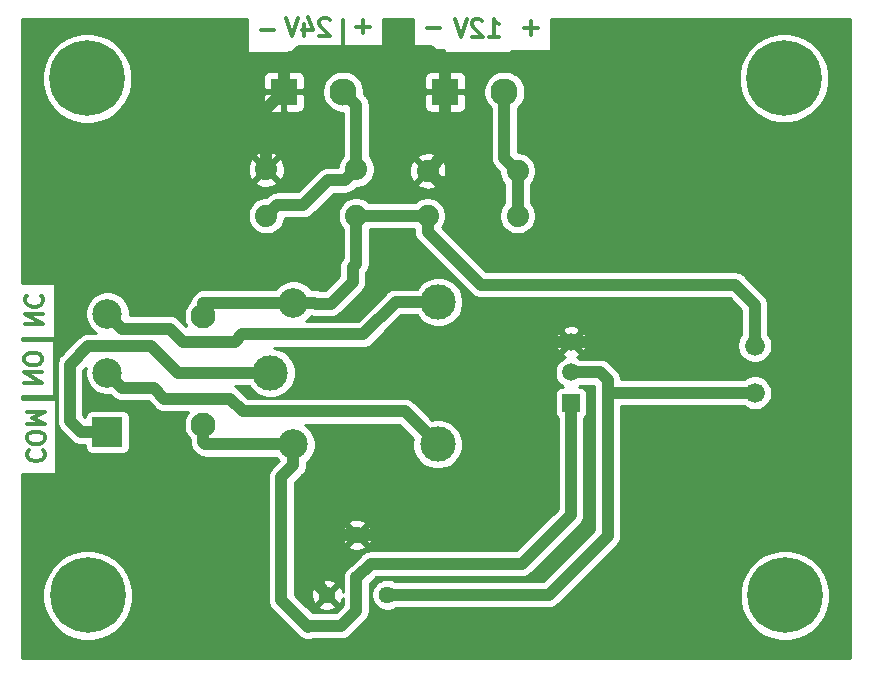
<source format=gbr>
G04 #@! TF.GenerationSoftware,KiCad,Pcbnew,(5.1.2)-2*
G04 #@! TF.CreationDate,2020-03-21T23:17:17-04:00*
G04 #@! TF.ProjectId,InfraRedGelUniversalDispenserV2,496e6672-6152-4656-9447-656c556e6976,R01*
G04 #@! TF.SameCoordinates,Original*
G04 #@! TF.FileFunction,Copper,L2,Bot*
G04 #@! TF.FilePolarity,Positive*
%FSLAX46Y46*%
G04 Gerber Fmt 4.6, Leading zero omitted, Abs format (unit mm)*
G04 Created by KiCad (PCBNEW (5.1.2)-2) date 2020-03-21 23:17:17*
%MOMM*%
%LPD*%
G04 APERTURE LIST*
%ADD10C,0.300000*%
%ADD11C,6.400000*%
%ADD12C,0.800000*%
%ADD13C,1.879600*%
%ADD14C,2.300000*%
%ADD15R,2.300000X2.300000*%
%ADD16C,2.500000*%
%ADD17R,2.500000X2.500000*%
%ADD18C,1.440000*%
%ADD19C,1.676400*%
%ADD20R,1.500000X1.500000*%
%ADD21C,1.500000*%
%ADD22C,3.000000*%
%ADD23C,2.100000*%
%ADD24C,1.000000*%
%ADD25C,0.254000*%
G04 APERTURE END LIST*
D10*
X105442628Y-90103971D02*
X106942628Y-90103971D01*
X105442628Y-89246828D01*
X106942628Y-89246828D01*
X105585485Y-87675400D02*
X105514057Y-87746828D01*
X105442628Y-87961114D01*
X105442628Y-88103971D01*
X105514057Y-88318257D01*
X105656914Y-88461114D01*
X105799771Y-88532542D01*
X106085485Y-88603971D01*
X106299771Y-88603971D01*
X106585485Y-88532542D01*
X106728342Y-88461114D01*
X106871200Y-88318257D01*
X106942628Y-88103971D01*
X106942628Y-87961114D01*
X106871200Y-87746828D01*
X106799771Y-87675400D01*
X105366428Y-95041885D02*
X106866428Y-95041885D01*
X105366428Y-94184742D01*
X106866428Y-94184742D01*
X106866428Y-93184742D02*
X106866428Y-92899028D01*
X106795000Y-92756171D01*
X106652142Y-92613314D01*
X106366428Y-92541885D01*
X105866428Y-92541885D01*
X105580714Y-92613314D01*
X105437857Y-92756171D01*
X105366428Y-92899028D01*
X105366428Y-93184742D01*
X105437857Y-93327600D01*
X105580714Y-93470457D01*
X105866428Y-93541885D01*
X106366428Y-93541885D01*
X106652142Y-93470457D01*
X106795000Y-93327600D01*
X106866428Y-93184742D01*
X105737885Y-100771971D02*
X105666457Y-100843400D01*
X105595028Y-101057685D01*
X105595028Y-101200542D01*
X105666457Y-101414828D01*
X105809314Y-101557685D01*
X105952171Y-101629114D01*
X106237885Y-101700542D01*
X106452171Y-101700542D01*
X106737885Y-101629114D01*
X106880742Y-101557685D01*
X107023600Y-101414828D01*
X107095028Y-101200542D01*
X107095028Y-101057685D01*
X107023600Y-100843400D01*
X106952171Y-100771971D01*
X107095028Y-99843400D02*
X107095028Y-99557685D01*
X107023600Y-99414828D01*
X106880742Y-99271971D01*
X106595028Y-99200542D01*
X106095028Y-99200542D01*
X105809314Y-99271971D01*
X105666457Y-99414828D01*
X105595028Y-99557685D01*
X105595028Y-99843400D01*
X105666457Y-99986257D01*
X105809314Y-100129114D01*
X106095028Y-100200542D01*
X106595028Y-100200542D01*
X106880742Y-100129114D01*
X107023600Y-99986257D01*
X107095028Y-99843400D01*
X105595028Y-98557685D02*
X107095028Y-98557685D01*
X106023600Y-98057685D01*
X107095028Y-97557685D01*
X105595028Y-97557685D01*
X126504628Y-65181942D02*
X125361771Y-65181942D01*
X140576228Y-64978742D02*
X139433371Y-64978742D01*
X148831228Y-65029542D02*
X147688371Y-65029542D01*
X148259800Y-65600971D02*
X148259800Y-64458114D01*
X134581828Y-64902542D02*
X133438971Y-64902542D01*
X134010400Y-65473971D02*
X134010400Y-64331114D01*
X144667171Y-65753371D02*
X145524314Y-65753371D01*
X145095742Y-65753371D02*
X145095742Y-64253371D01*
X145238600Y-64467657D01*
X145381457Y-64610514D01*
X145524314Y-64681942D01*
X144095742Y-64396228D02*
X144024314Y-64324800D01*
X143881457Y-64253371D01*
X143524314Y-64253371D01*
X143381457Y-64324800D01*
X143310028Y-64396228D01*
X143238600Y-64539085D01*
X143238600Y-64681942D01*
X143310028Y-64896228D01*
X144167171Y-65753371D01*
X143238600Y-65753371D01*
X142810028Y-64253371D02*
X142310028Y-65753371D01*
X141810028Y-64253371D01*
X131198714Y-64320028D02*
X131127285Y-64248600D01*
X130984428Y-64177171D01*
X130627285Y-64177171D01*
X130484428Y-64248600D01*
X130413000Y-64320028D01*
X130341571Y-64462885D01*
X130341571Y-64605742D01*
X130413000Y-64820028D01*
X131270142Y-65677171D01*
X130341571Y-65677171D01*
X129055857Y-64677171D02*
X129055857Y-65677171D01*
X129413000Y-64105742D02*
X129770142Y-65177171D01*
X128841571Y-65177171D01*
X128484428Y-64177171D02*
X127984428Y-65677171D01*
X127484428Y-64177171D01*
D11*
X110667800Y-69291200D03*
D12*
X113067800Y-69291200D03*
X112364856Y-70988256D03*
X110667800Y-71691200D03*
X108970744Y-70988256D03*
X108267800Y-69291200D03*
X108970744Y-67594144D03*
X110667800Y-66891200D03*
X112364856Y-67594144D03*
D11*
X110718600Y-113055400D03*
D12*
X113118600Y-113055400D03*
X112415656Y-114752456D03*
X110718600Y-115455400D03*
X109021544Y-114752456D03*
X108318600Y-113055400D03*
X109021544Y-111358344D03*
X110718600Y-110655400D03*
X112415656Y-111358344D03*
D11*
X169748200Y-113055400D03*
D12*
X172148200Y-113055400D03*
X171445256Y-114752456D03*
X169748200Y-115455400D03*
X168051144Y-114752456D03*
X167348200Y-113055400D03*
X168051144Y-111358344D03*
X169748200Y-110655400D03*
X171445256Y-111358344D03*
X171369056Y-67568744D03*
X169672000Y-66865800D03*
X167974944Y-67568744D03*
X167272000Y-69265800D03*
X167974944Y-70962856D03*
X169672000Y-71665800D03*
X171369056Y-70962856D03*
X172072000Y-69265800D03*
D11*
X169672000Y-69265800D03*
D13*
X139496800Y-77114400D03*
X147116800Y-77114400D03*
X147116800Y-80924400D03*
X139496800Y-80924400D03*
X125831600Y-76962000D03*
X133451600Y-76962000D03*
X125831600Y-80924400D03*
X133451600Y-80924400D03*
D14*
X145995400Y-70408800D03*
D15*
X140995400Y-70408800D03*
D14*
X132330200Y-70408800D03*
D15*
X127330200Y-70408800D03*
D16*
X112395000Y-89212400D03*
X112395000Y-94212400D03*
D17*
X112395000Y-99212400D03*
D18*
X136067800Y-113004600D03*
X133527800Y-107924600D03*
X130987800Y-113004600D03*
D19*
X167208200Y-95902780D03*
X167208200Y-91904820D03*
D20*
X151638000Y-96783200D03*
D21*
X151638000Y-91583200D03*
X151638000Y-94183200D03*
D22*
X126191400Y-94209400D03*
D16*
X128141400Y-88259400D03*
D22*
X140391400Y-88209400D03*
X140341400Y-100259400D03*
D16*
X128141400Y-100259400D03*
D23*
X120523000Y-98608000D03*
X120523000Y-89408000D03*
D24*
X120523000Y-100092924D02*
X120683876Y-100253800D01*
X120523000Y-98608000D02*
X120523000Y-100092924D01*
X120683876Y-100253800D02*
X122199400Y-100253800D01*
X122205000Y-100259400D02*
X128141400Y-100259400D01*
X122199400Y-100253800D02*
X122205000Y-100259400D01*
X151638000Y-106222800D02*
X151638000Y-96783200D01*
X134670800Y-110388400D02*
X147472400Y-110388400D01*
X133553200Y-111506000D02*
X134670800Y-110388400D01*
X133451600Y-111506000D02*
X133553200Y-111506000D01*
X133451600Y-114376200D02*
X133451600Y-111506000D01*
X132207000Y-115620800D02*
X133451600Y-114376200D01*
X147472400Y-110388400D02*
X151638000Y-106222800D01*
X128141400Y-102027166D02*
X127127000Y-103041566D01*
X128141400Y-100259400D02*
X128141400Y-102027166D01*
X127127000Y-103041566D02*
X127127000Y-113461800D01*
X127127000Y-113461800D02*
X129387600Y-115722400D01*
X129387600Y-115722400D02*
X129489200Y-115620800D01*
X129489200Y-115620800D02*
X132207000Y-115620800D01*
X154127200Y-94183200D02*
X151638000Y-94183200D01*
X154762200Y-94818200D02*
X154127200Y-94183200D01*
X136067800Y-113004600D02*
X149758400Y-113004600D01*
X149758400Y-113004600D02*
X154762200Y-108000800D01*
X154846020Y-95902780D02*
X154762200Y-95986600D01*
X167208200Y-95902780D02*
X154846020Y-95902780D01*
X154762200Y-108000800D02*
X154762200Y-95986600D01*
X154762200Y-95986600D02*
X154762200Y-94818200D01*
X120523000Y-89408000D02*
X120523000Y-88341200D01*
X120604800Y-88259400D02*
X128141400Y-88259400D01*
X120523000Y-88341200D02*
X120604800Y-88259400D01*
X129909166Y-88259400D02*
X130016366Y-88366600D01*
X128141400Y-88259400D02*
X129909166Y-88259400D01*
X130016366Y-88366600D02*
X131292600Y-88366600D01*
X131292600Y-88366600D02*
X133146800Y-86512400D01*
X133146800Y-86512400D02*
X133146800Y-85293200D01*
X133451600Y-84988400D02*
X133451600Y-80924400D01*
X133146800Y-85293200D02*
X133451600Y-84988400D01*
X133451600Y-80924400D02*
X139496800Y-80924400D01*
X167208200Y-88442800D02*
X167208200Y-91904820D01*
X165531800Y-86766400D02*
X167208200Y-88442800D01*
X144009723Y-86766400D02*
X165531800Y-86766400D01*
X139496800Y-80924400D02*
X139496800Y-82253477D01*
X139496800Y-82253477D02*
X144009723Y-86766400D01*
X136783800Y-88209400D02*
X140391400Y-88209400D01*
X134035800Y-90957400D02*
X136783800Y-88209400D01*
X113644999Y-90462399D02*
X117665799Y-90462399D01*
X112395000Y-89212400D02*
X113644999Y-90462399D01*
X117665799Y-90462399D02*
X118770400Y-91567000D01*
X118770400Y-91567000D02*
X123190000Y-91567000D01*
X123190000Y-91567000D02*
X123799600Y-90957400D01*
X123799600Y-90957400D02*
X134035800Y-90957400D01*
X137567200Y-97485200D02*
X140341400Y-100259400D01*
X113644999Y-95462399D02*
X116290399Y-95462399D01*
X112395000Y-94212400D02*
X113644999Y-95462399D01*
X116290399Y-95462399D02*
X117221000Y-96393000D01*
X117221000Y-96393000D02*
X122758200Y-96393000D01*
X122758200Y-96393000D02*
X123850400Y-97485200D01*
X123850400Y-97485200D02*
X137567200Y-97485200D01*
X112395000Y-99212400D02*
X112699800Y-99212400D01*
X110145000Y-99212400D02*
X109220000Y-98287400D01*
X112395000Y-99212400D02*
X110145000Y-99212400D01*
X109220000Y-98287400D02*
X109220000Y-93522800D01*
X109220000Y-93522800D02*
X110769400Y-91973400D01*
X110769400Y-91973400D02*
X116103400Y-91973400D01*
X118339400Y-94209400D02*
X126191400Y-94209400D01*
X116103400Y-91973400D02*
X118339400Y-94209400D01*
X132511801Y-77901799D02*
X133451600Y-76962000D01*
X131064000Y-77901800D02*
X132511801Y-77901799D01*
X128981199Y-79984601D02*
X131064000Y-77901800D01*
X125831600Y-80924400D02*
X126771399Y-79984601D01*
X126771399Y-79984601D02*
X128981199Y-79984601D01*
X133451600Y-71530200D02*
X132330200Y-70408800D01*
X133451600Y-76962000D02*
X133451600Y-71530200D01*
X130267801Y-112284601D02*
X130267801Y-108441399D01*
X130987800Y-113004600D02*
X130267801Y-112284601D01*
X130267801Y-108441399D02*
X131038600Y-107670600D01*
X131292600Y-107924600D02*
X133527800Y-107924600D01*
X131038600Y-107670600D02*
X131292600Y-107924600D01*
X133527800Y-107924600D02*
X138404600Y-107924600D01*
X138404600Y-107924600D02*
X144653000Y-101676200D01*
X144653000Y-101676200D02*
X144653000Y-93014800D01*
X144653000Y-93014800D02*
X146151600Y-91516200D01*
X146218600Y-91583200D02*
X151638000Y-91583200D01*
X146151600Y-91516200D02*
X146218600Y-91583200D01*
X125831600Y-71907400D02*
X127330200Y-70408800D01*
X125831600Y-76962000D02*
X125831600Y-71907400D01*
X140995400Y-68258800D02*
X140995400Y-70408800D01*
X139665600Y-66929000D02*
X140995400Y-68258800D01*
X128660000Y-66929000D02*
X139665600Y-66929000D01*
X127330200Y-68258800D02*
X128660000Y-66929000D01*
X127330200Y-70408800D02*
X127330200Y-68258800D01*
X140995400Y-75615800D02*
X139496800Y-77114400D01*
X140995400Y-70408800D02*
X140995400Y-75615800D01*
X142976600Y-79654400D02*
X141351000Y-78028800D01*
X142976600Y-81838800D02*
X142976600Y-79654400D01*
X144932400Y-83794600D02*
X142976600Y-81838800D01*
X168249600Y-83794600D02*
X144932400Y-83794600D01*
X141325601Y-78054199D02*
X140436599Y-78054199D01*
X141351000Y-78028800D02*
X141325601Y-78054199D01*
X170535600Y-92760800D02*
X170535600Y-86080600D01*
X151638000Y-91583200D02*
X152698660Y-91583200D01*
X152698660Y-91583200D02*
X152733260Y-91617800D01*
X140436599Y-78054199D02*
X139496800Y-77114400D01*
X170535600Y-86080600D02*
X168249600Y-83794600D01*
X152733260Y-91617800D02*
X162636200Y-91617800D01*
X162636200Y-91617800D02*
X164820600Y-93802200D01*
X164820600Y-93802200D02*
X169494200Y-93802200D01*
X169494200Y-93802200D02*
X170535600Y-92760800D01*
X145995400Y-75993000D02*
X147116800Y-77114400D01*
X145995400Y-70408800D02*
X145995400Y-75993000D01*
X147116800Y-77114400D02*
X147116800Y-80924400D01*
D25*
G36*
X124219629Y-67104800D02*
G01*
X127646772Y-67104800D01*
X127646772Y-67028600D01*
X132269429Y-67028600D01*
X132269429Y-64261200D01*
X132296829Y-64261200D01*
X132296829Y-66825400D01*
X135723972Y-66825400D01*
X135723972Y-64261200D01*
X138291229Y-64261200D01*
X138291229Y-66901600D01*
X140882172Y-66901600D01*
X140882172Y-67104800D01*
X146595029Y-67104800D01*
X146595029Y-66952400D01*
X149973372Y-66952400D01*
X149973372Y-64261200D01*
X175286200Y-64261200D01*
X175286201Y-118390200D01*
X105180600Y-118390200D01*
X105180600Y-112677685D01*
X106883600Y-112677685D01*
X106883600Y-113433115D01*
X107030977Y-114174028D01*
X107320067Y-114871954D01*
X107739761Y-115500070D01*
X108273930Y-116034239D01*
X108902046Y-116453933D01*
X109599972Y-116743023D01*
X110340885Y-116890400D01*
X111096315Y-116890400D01*
X111837228Y-116743023D01*
X112535154Y-116453933D01*
X113163270Y-116034239D01*
X113697439Y-115500070D01*
X114117133Y-114871954D01*
X114406223Y-114174028D01*
X114553600Y-113433115D01*
X114553600Y-112677685D01*
X114406223Y-111936772D01*
X114117133Y-111238846D01*
X113697439Y-110610730D01*
X113163270Y-110076561D01*
X112535154Y-109656867D01*
X111837228Y-109367777D01*
X111096315Y-109220400D01*
X110340885Y-109220400D01*
X109599972Y-109367777D01*
X108902046Y-109656867D01*
X108273930Y-110076561D01*
X107739761Y-110610730D01*
X107320067Y-111238846D01*
X107030977Y-111936772D01*
X106883600Y-112677685D01*
X105180600Y-112677685D01*
X105180600Y-102771257D01*
X108063600Y-102771257D01*
X108063600Y-96415543D01*
X105180600Y-96415543D01*
X105180600Y-96184029D01*
X107835000Y-96184029D01*
X107835000Y-93522800D01*
X108079509Y-93522800D01*
X108085001Y-93578561D01*
X108085000Y-98231648D01*
X108079509Y-98287400D01*
X108085000Y-98343151D01*
X108101423Y-98509898D01*
X108166324Y-98723846D01*
X108271716Y-98921023D01*
X108413551Y-99093849D01*
X108456864Y-99129395D01*
X109303013Y-99975545D01*
X109338551Y-100018849D01*
X109381854Y-100054387D01*
X109381856Y-100054389D01*
X109511377Y-100160684D01*
X109708553Y-100266076D01*
X109922501Y-100330977D01*
X110145000Y-100352891D01*
X110200752Y-100347400D01*
X110506928Y-100347400D01*
X110506928Y-100462400D01*
X110519188Y-100586882D01*
X110555498Y-100706580D01*
X110614463Y-100816894D01*
X110693815Y-100913585D01*
X110790506Y-100992937D01*
X110900820Y-101051902D01*
X111020518Y-101088212D01*
X111145000Y-101100472D01*
X113645000Y-101100472D01*
X113769482Y-101088212D01*
X113889180Y-101051902D01*
X113999494Y-100992937D01*
X114096185Y-100913585D01*
X114175537Y-100816894D01*
X114234502Y-100706580D01*
X114270812Y-100586882D01*
X114283072Y-100462400D01*
X114283072Y-97962400D01*
X114270812Y-97837918D01*
X114234502Y-97718220D01*
X114175537Y-97607906D01*
X114096185Y-97511215D01*
X113999494Y-97431863D01*
X113889180Y-97372898D01*
X113769482Y-97336588D01*
X113645000Y-97324328D01*
X111145000Y-97324328D01*
X111020518Y-97336588D01*
X110900820Y-97372898D01*
X110790506Y-97431863D01*
X110693815Y-97511215D01*
X110614463Y-97607906D01*
X110555498Y-97718220D01*
X110519188Y-97837918D01*
X110506928Y-97962400D01*
X110506928Y-97969196D01*
X110355000Y-97817268D01*
X110355000Y-93992931D01*
X110556882Y-93791049D01*
X110510000Y-94026744D01*
X110510000Y-94398056D01*
X110582439Y-94762234D01*
X110724534Y-95105282D01*
X110930825Y-95414018D01*
X111193382Y-95676575D01*
X111502118Y-95882866D01*
X111845166Y-96024961D01*
X112209344Y-96097400D01*
X112580656Y-96097400D01*
X112659237Y-96081769D01*
X112803012Y-96225545D01*
X112838550Y-96268848D01*
X112881853Y-96304386D01*
X112881855Y-96304388D01*
X113011376Y-96410683D01*
X113208552Y-96516075D01*
X113422500Y-96580976D01*
X113644999Y-96602890D01*
X113700751Y-96597399D01*
X115820267Y-96597399D01*
X116379013Y-97156145D01*
X116414551Y-97199449D01*
X116457854Y-97234987D01*
X116457856Y-97234989D01*
X116587377Y-97341284D01*
X116784553Y-97446676D01*
X116998501Y-97511577D01*
X117221000Y-97533491D01*
X117276752Y-97528000D01*
X119220050Y-97528000D01*
X119214175Y-97533875D01*
X119029772Y-97809853D01*
X118902754Y-98116504D01*
X118838000Y-98442042D01*
X118838000Y-98773958D01*
X118902754Y-99099496D01*
X119029772Y-99406147D01*
X119214175Y-99682125D01*
X119388000Y-99855950D01*
X119388000Y-100037173D01*
X119382509Y-100092924D01*
X119388000Y-100148675D01*
X119388000Y-100148676D01*
X119404423Y-100315423D01*
X119415789Y-100352891D01*
X119469324Y-100529370D01*
X119469325Y-100529371D01*
X119574717Y-100726547D01*
X119716552Y-100899373D01*
X119759860Y-100934915D01*
X119841880Y-101016935D01*
X119877427Y-101060249D01*
X120050253Y-101202084D01*
X120247429Y-101307476D01*
X120461377Y-101372377D01*
X120628124Y-101388800D01*
X120683875Y-101394291D01*
X120739627Y-101388800D01*
X122092390Y-101388800D01*
X122149248Y-101394400D01*
X122149249Y-101394400D01*
X122205000Y-101399891D01*
X122260752Y-101394400D01*
X126632712Y-101394400D01*
X126677225Y-101461018D01*
X126889821Y-101673614D01*
X126363864Y-102199570D01*
X126320551Y-102235117D01*
X126178716Y-102407943D01*
X126073325Y-102605119D01*
X126073324Y-102605120D01*
X126008423Y-102819068D01*
X125986509Y-103041566D01*
X125992000Y-103097318D01*
X125992001Y-113406039D01*
X125986509Y-113461800D01*
X126008423Y-113684298D01*
X126073324Y-113898246D01*
X126073325Y-113898247D01*
X126178717Y-114095423D01*
X126320552Y-114268249D01*
X126363860Y-114303791D01*
X128545619Y-116485551D01*
X128581152Y-116528848D01*
X128624449Y-116564381D01*
X128624456Y-116564388D01*
X128753977Y-116670683D01*
X128859370Y-116727016D01*
X128951154Y-116776076D01*
X129065509Y-116810766D01*
X129165100Y-116840977D01*
X129204999Y-116844906D01*
X129387600Y-116862891D01*
X129610098Y-116840977D01*
X129824046Y-116776076D01*
X129861980Y-116755800D01*
X132151249Y-116755800D01*
X132207000Y-116761291D01*
X132262751Y-116755800D01*
X132262752Y-116755800D01*
X132429499Y-116739377D01*
X132643447Y-116674476D01*
X132840623Y-116569084D01*
X133013449Y-116427249D01*
X133048996Y-116383935D01*
X134214740Y-115218192D01*
X134258049Y-115182649D01*
X134399884Y-115009823D01*
X134505276Y-114812647D01*
X134555071Y-114648495D01*
X134570177Y-114598700D01*
X134576136Y-114538195D01*
X134586600Y-114431952D01*
X134586600Y-114431945D01*
X134592090Y-114376201D01*
X134586600Y-114320457D01*
X134586600Y-112077731D01*
X135140932Y-111523400D01*
X147416649Y-111523400D01*
X147472400Y-111528891D01*
X147528151Y-111523400D01*
X147528152Y-111523400D01*
X147694899Y-111506977D01*
X147908847Y-111442076D01*
X148106023Y-111336684D01*
X148278849Y-111194849D01*
X148314396Y-111151535D01*
X152401141Y-107064791D01*
X152444449Y-107029249D01*
X152586284Y-106856423D01*
X152691676Y-106659247D01*
X152756577Y-106445299D01*
X152773000Y-106278552D01*
X152773000Y-106278551D01*
X152778491Y-106222801D01*
X152773000Y-106167049D01*
X152773000Y-98038701D01*
X152839185Y-97984385D01*
X152918537Y-97887694D01*
X152977502Y-97777380D01*
X153013812Y-97657682D01*
X153026072Y-97533200D01*
X153026072Y-96033200D01*
X153013812Y-95908718D01*
X152977502Y-95789020D01*
X152918537Y-95678706D01*
X152839185Y-95582015D01*
X152742494Y-95502663D01*
X152632180Y-95443698D01*
X152512482Y-95407388D01*
X152388000Y-95395128D01*
X152317155Y-95395128D01*
X152432286Y-95318200D01*
X153627200Y-95318200D01*
X153627200Y-95930848D01*
X153621709Y-95986600D01*
X153627200Y-96042351D01*
X153627201Y-96042361D01*
X153627200Y-107530668D01*
X149288269Y-111869600D01*
X136808087Y-111869600D01*
X136709633Y-111803815D01*
X136463039Y-111701672D01*
X136201256Y-111649600D01*
X135934344Y-111649600D01*
X135672561Y-111701672D01*
X135425967Y-111803815D01*
X135204038Y-111952103D01*
X135015303Y-112140838D01*
X134867015Y-112362767D01*
X134764872Y-112609361D01*
X134712800Y-112871144D01*
X134712800Y-113138056D01*
X134764872Y-113399839D01*
X134867015Y-113646433D01*
X135015303Y-113868362D01*
X135204038Y-114057097D01*
X135425967Y-114205385D01*
X135672561Y-114307528D01*
X135934344Y-114359600D01*
X136201256Y-114359600D01*
X136463039Y-114307528D01*
X136709633Y-114205385D01*
X136808087Y-114139600D01*
X149702649Y-114139600D01*
X149758400Y-114145091D01*
X149814151Y-114139600D01*
X149814152Y-114139600D01*
X149980899Y-114123177D01*
X150194847Y-114058276D01*
X150392023Y-113952884D01*
X150564849Y-113811049D01*
X150600396Y-113767735D01*
X151690446Y-112677685D01*
X165913200Y-112677685D01*
X165913200Y-113433115D01*
X166060577Y-114174028D01*
X166349667Y-114871954D01*
X166769361Y-115500070D01*
X167303530Y-116034239D01*
X167931646Y-116453933D01*
X168629572Y-116743023D01*
X169370485Y-116890400D01*
X170125915Y-116890400D01*
X170866828Y-116743023D01*
X171564754Y-116453933D01*
X172192870Y-116034239D01*
X172727039Y-115500070D01*
X173146733Y-114871954D01*
X173435823Y-114174028D01*
X173583200Y-113433115D01*
X173583200Y-112677685D01*
X173435823Y-111936772D01*
X173146733Y-111238846D01*
X172727039Y-110610730D01*
X172192870Y-110076561D01*
X171564754Y-109656867D01*
X170866828Y-109367777D01*
X170125915Y-109220400D01*
X169370485Y-109220400D01*
X168629572Y-109367777D01*
X167931646Y-109656867D01*
X167303530Y-110076561D01*
X166769361Y-110610730D01*
X166349667Y-111238846D01*
X166060577Y-111936772D01*
X165913200Y-112677685D01*
X151690446Y-112677685D01*
X155525341Y-108842791D01*
X155568649Y-108807249D01*
X155710484Y-108634423D01*
X155815876Y-108437247D01*
X155880777Y-108223299D01*
X155897200Y-108056552D01*
X155897200Y-108056551D01*
X155902691Y-108000800D01*
X155897200Y-107945048D01*
X155897200Y-97037780D01*
X166259781Y-97037780D01*
X166269090Y-97047089D01*
X166510378Y-97208313D01*
X166778483Y-97319366D01*
X167063102Y-97375980D01*
X167353298Y-97375980D01*
X167637917Y-97319366D01*
X167906022Y-97208313D01*
X168147310Y-97047089D01*
X168352509Y-96841890D01*
X168513733Y-96600602D01*
X168624786Y-96332497D01*
X168681400Y-96047878D01*
X168681400Y-95757682D01*
X168624786Y-95473063D01*
X168513733Y-95204958D01*
X168352509Y-94963670D01*
X168147310Y-94758471D01*
X167906022Y-94597247D01*
X167637917Y-94486194D01*
X167353298Y-94429580D01*
X167063102Y-94429580D01*
X166778483Y-94486194D01*
X166510378Y-94597247D01*
X166269090Y-94758471D01*
X166259781Y-94767780D01*
X155897725Y-94767780D01*
X155880777Y-94595701D01*
X155815876Y-94381753D01*
X155710484Y-94184577D01*
X155604189Y-94055057D01*
X155568649Y-94011751D01*
X155525340Y-93976208D01*
X154969195Y-93420064D01*
X154933649Y-93376751D01*
X154760823Y-93234916D01*
X154563647Y-93129524D01*
X154349699Y-93064623D01*
X154182952Y-93048200D01*
X154182951Y-93048200D01*
X154127200Y-93042709D01*
X154071449Y-93048200D01*
X152432286Y-93048200D01*
X152294043Y-92955829D01*
X152117345Y-92882639D01*
X152236832Y-92839477D01*
X152349863Y-92779060D01*
X152415388Y-92540193D01*
X151638000Y-91762805D01*
X150860612Y-92540193D01*
X150926137Y-92779060D01*
X151152390Y-92885234D01*
X150981957Y-92955829D01*
X150755114Y-93107401D01*
X150562201Y-93300314D01*
X150410629Y-93527157D01*
X150306225Y-93779211D01*
X150253000Y-94046789D01*
X150253000Y-94319611D01*
X150306225Y-94587189D01*
X150410629Y-94839243D01*
X150562201Y-95066086D01*
X150755114Y-95258999D01*
X150958845Y-95395128D01*
X150888000Y-95395128D01*
X150763518Y-95407388D01*
X150643820Y-95443698D01*
X150533506Y-95502663D01*
X150436815Y-95582015D01*
X150357463Y-95678706D01*
X150298498Y-95789020D01*
X150262188Y-95908718D01*
X150249928Y-96033200D01*
X150249928Y-97533200D01*
X150262188Y-97657682D01*
X150298498Y-97777380D01*
X150357463Y-97887694D01*
X150436815Y-97984385D01*
X150503001Y-98038702D01*
X150503000Y-105752668D01*
X147002269Y-109253400D01*
X134726551Y-109253400D01*
X134670799Y-109247909D01*
X134615048Y-109253400D01*
X134448301Y-109269823D01*
X134234353Y-109334724D01*
X134037177Y-109440116D01*
X133864351Y-109581951D01*
X133828811Y-109625257D01*
X132986349Y-110467720D01*
X132817977Y-110557716D01*
X132645151Y-110699551D01*
X132503316Y-110872377D01*
X132397924Y-111069553D01*
X132333023Y-111283501D01*
X132311109Y-111506000D01*
X132316601Y-111561761D01*
X132316601Y-112730534D01*
X132306863Y-112667099D01*
X132215675Y-112416247D01*
X132159168Y-112310532D01*
X131923360Y-112248645D01*
X131167405Y-113004600D01*
X131923360Y-113760555D01*
X132159168Y-113698668D01*
X132272066Y-113456810D01*
X132316600Y-113275128D01*
X132316600Y-113906068D01*
X131736869Y-114485800D01*
X129756132Y-114485800D01*
X129210492Y-113940160D01*
X130231845Y-113940160D01*
X130293732Y-114175968D01*
X130535590Y-114288866D01*
X130794827Y-114352411D01*
X131061480Y-114364161D01*
X131325301Y-114323663D01*
X131576153Y-114232475D01*
X131681868Y-114175968D01*
X131743755Y-113940160D01*
X130987800Y-113184205D01*
X130231845Y-113940160D01*
X129210492Y-113940160D01*
X128348612Y-113078280D01*
X129628239Y-113078280D01*
X129668737Y-113342101D01*
X129759925Y-113592953D01*
X129816432Y-113698668D01*
X130052240Y-113760555D01*
X130808195Y-113004600D01*
X130052240Y-112248645D01*
X129816432Y-112310532D01*
X129703534Y-112552390D01*
X129639989Y-112811627D01*
X129628239Y-113078280D01*
X128348612Y-113078280D01*
X128262000Y-112991669D01*
X128262000Y-112069040D01*
X130231845Y-112069040D01*
X130987800Y-112824995D01*
X131743755Y-112069040D01*
X131681868Y-111833232D01*
X131440010Y-111720334D01*
X131180773Y-111656789D01*
X130914120Y-111645039D01*
X130650299Y-111685537D01*
X130399447Y-111776725D01*
X130293732Y-111833232D01*
X130231845Y-112069040D01*
X128262000Y-112069040D01*
X128262000Y-108860160D01*
X132771845Y-108860160D01*
X132833732Y-109095968D01*
X133075590Y-109208866D01*
X133334827Y-109272411D01*
X133601480Y-109284161D01*
X133865301Y-109243663D01*
X134116153Y-109152475D01*
X134221868Y-109095968D01*
X134283755Y-108860160D01*
X133527800Y-108104205D01*
X132771845Y-108860160D01*
X128262000Y-108860160D01*
X128262000Y-107998280D01*
X132168239Y-107998280D01*
X132208737Y-108262101D01*
X132299925Y-108512953D01*
X132356432Y-108618668D01*
X132592240Y-108680555D01*
X133348195Y-107924600D01*
X133707405Y-107924600D01*
X134463360Y-108680555D01*
X134699168Y-108618668D01*
X134812066Y-108376810D01*
X134875611Y-108117573D01*
X134887361Y-107850920D01*
X134846863Y-107587099D01*
X134755675Y-107336247D01*
X134699168Y-107230532D01*
X134463360Y-107168645D01*
X133707405Y-107924600D01*
X133348195Y-107924600D01*
X132592240Y-107168645D01*
X132356432Y-107230532D01*
X132243534Y-107472390D01*
X132179989Y-107731627D01*
X132168239Y-107998280D01*
X128262000Y-107998280D01*
X128262000Y-106989040D01*
X132771845Y-106989040D01*
X133527800Y-107744995D01*
X134283755Y-106989040D01*
X134221868Y-106753232D01*
X133980010Y-106640334D01*
X133720773Y-106576789D01*
X133454120Y-106565039D01*
X133190299Y-106605537D01*
X132939447Y-106696725D01*
X132833732Y-106753232D01*
X132771845Y-106989040D01*
X128262000Y-106989040D01*
X128262000Y-103511697D01*
X128904540Y-102869158D01*
X128947849Y-102833615D01*
X129089684Y-102660789D01*
X129195076Y-102463613D01*
X129259977Y-102249665D01*
X129276400Y-102082918D01*
X129276400Y-102082909D01*
X129281890Y-102027167D01*
X129276400Y-101971425D01*
X129276400Y-101768088D01*
X129343018Y-101723575D01*
X129605575Y-101461018D01*
X129811866Y-101152282D01*
X129953961Y-100809234D01*
X130026400Y-100445056D01*
X130026400Y-100073744D01*
X129953961Y-99709566D01*
X129811866Y-99366518D01*
X129605575Y-99057782D01*
X129343018Y-98795225D01*
X129081075Y-98620200D01*
X137097069Y-98620200D01*
X138259423Y-99782555D01*
X138206400Y-100049121D01*
X138206400Y-100469679D01*
X138288447Y-100882156D01*
X138449388Y-101270702D01*
X138683037Y-101620383D01*
X138980417Y-101917763D01*
X139330098Y-102151412D01*
X139718644Y-102312353D01*
X140131121Y-102394400D01*
X140551679Y-102394400D01*
X140964156Y-102312353D01*
X141352702Y-102151412D01*
X141702383Y-101917763D01*
X141999763Y-101620383D01*
X142233412Y-101270702D01*
X142394353Y-100882156D01*
X142476400Y-100469679D01*
X142476400Y-100049121D01*
X142394353Y-99636644D01*
X142233412Y-99248098D01*
X141999763Y-98898417D01*
X141702383Y-98601037D01*
X141352702Y-98367388D01*
X140964156Y-98206447D01*
X140551679Y-98124400D01*
X140131121Y-98124400D01*
X139864555Y-98177423D01*
X138409196Y-96722065D01*
X138373649Y-96678751D01*
X138200823Y-96536916D01*
X138003647Y-96431524D01*
X137789699Y-96366623D01*
X137622952Y-96350200D01*
X137622951Y-96350200D01*
X137567200Y-96344709D01*
X137511449Y-96350200D01*
X124320532Y-96350200D01*
X123600196Y-95629864D01*
X123564649Y-95586551D01*
X123391823Y-95444716D01*
X123204144Y-95344400D01*
X124382040Y-95344400D01*
X124533037Y-95570383D01*
X124830417Y-95867763D01*
X125180098Y-96101412D01*
X125568644Y-96262353D01*
X125981121Y-96344400D01*
X126401679Y-96344400D01*
X126814156Y-96262353D01*
X127202702Y-96101412D01*
X127552383Y-95867763D01*
X127849763Y-95570383D01*
X128083412Y-95220702D01*
X128244353Y-94832156D01*
X128326400Y-94419679D01*
X128326400Y-93999121D01*
X128244353Y-93586644D01*
X128083412Y-93198098D01*
X127849763Y-92848417D01*
X127552383Y-92551037D01*
X127202702Y-92317388D01*
X126814156Y-92156447D01*
X126492171Y-92092400D01*
X133980049Y-92092400D01*
X134035800Y-92097891D01*
X134091551Y-92092400D01*
X134091552Y-92092400D01*
X134258299Y-92075977D01*
X134472247Y-92011076D01*
X134669423Y-91905684D01*
X134842249Y-91763849D01*
X134877796Y-91720535D01*
X134942639Y-91655692D01*
X150248188Y-91655692D01*
X150289035Y-91925438D01*
X150381723Y-92182032D01*
X150442140Y-92295063D01*
X150681007Y-92360588D01*
X151458395Y-91583200D01*
X151817605Y-91583200D01*
X152594993Y-92360588D01*
X152833860Y-92295063D01*
X152949760Y-92048084D01*
X153015250Y-91783240D01*
X153027812Y-91510708D01*
X152986965Y-91240962D01*
X152894277Y-90984368D01*
X152833860Y-90871337D01*
X152594993Y-90805812D01*
X151817605Y-91583200D01*
X151458395Y-91583200D01*
X150681007Y-90805812D01*
X150442140Y-90871337D01*
X150326240Y-91118316D01*
X150260750Y-91383160D01*
X150248188Y-91655692D01*
X134942639Y-91655692D01*
X135972124Y-90626207D01*
X150860612Y-90626207D01*
X151638000Y-91403595D01*
X152415388Y-90626207D01*
X152349863Y-90387340D01*
X152102884Y-90271440D01*
X151838040Y-90205950D01*
X151565508Y-90193388D01*
X151295762Y-90234235D01*
X151039168Y-90326923D01*
X150926137Y-90387340D01*
X150860612Y-90626207D01*
X135972124Y-90626207D01*
X137253932Y-89344400D01*
X138582040Y-89344400D01*
X138733037Y-89570383D01*
X139030417Y-89867763D01*
X139380098Y-90101412D01*
X139768644Y-90262353D01*
X140181121Y-90344400D01*
X140601679Y-90344400D01*
X141014156Y-90262353D01*
X141402702Y-90101412D01*
X141752383Y-89867763D01*
X142049763Y-89570383D01*
X142283412Y-89220702D01*
X142444353Y-88832156D01*
X142526400Y-88419679D01*
X142526400Y-87999121D01*
X142444353Y-87586644D01*
X142283412Y-87198098D01*
X142049763Y-86848417D01*
X141752383Y-86551037D01*
X141402702Y-86317388D01*
X141014156Y-86156447D01*
X140601679Y-86074400D01*
X140181121Y-86074400D01*
X139768644Y-86156447D01*
X139380098Y-86317388D01*
X139030417Y-86551037D01*
X138733037Y-86848417D01*
X138582040Y-87074400D01*
X136839552Y-87074400D01*
X136783800Y-87068909D01*
X136728048Y-87074400D01*
X136561301Y-87090823D01*
X136347353Y-87155724D01*
X136150177Y-87261116D01*
X135977351Y-87402951D01*
X135941809Y-87446259D01*
X133565669Y-89822400D01*
X129195116Y-89822400D01*
X129343018Y-89723575D01*
X129605575Y-89461018D01*
X129623886Y-89433613D01*
X129793867Y-89485177D01*
X129960614Y-89501600D01*
X129960615Y-89501600D01*
X130016366Y-89507091D01*
X130072118Y-89501600D01*
X131236849Y-89501600D01*
X131292600Y-89507091D01*
X131348351Y-89501600D01*
X131348352Y-89501600D01*
X131515099Y-89485177D01*
X131729047Y-89420276D01*
X131926223Y-89314884D01*
X132099049Y-89173049D01*
X132134596Y-89129735D01*
X133909940Y-87354391D01*
X133953249Y-87318849D01*
X134095084Y-87146023D01*
X134200476Y-86948847D01*
X134265377Y-86734899D01*
X134281800Y-86568152D01*
X134281800Y-86568151D01*
X134287291Y-86512400D01*
X134281800Y-86456648D01*
X134281800Y-85765908D01*
X134399884Y-85622023D01*
X134505276Y-85424847D01*
X134570177Y-85210899D01*
X134586600Y-85044152D01*
X134586600Y-85044143D01*
X134592090Y-84988401D01*
X134586600Y-84932659D01*
X134586600Y-82059400D01*
X138361800Y-82059400D01*
X138361800Y-82197726D01*
X138356309Y-82253477D01*
X138361800Y-82309228D01*
X138361800Y-82309229D01*
X138378223Y-82475976D01*
X138443124Y-82689924D01*
X138548517Y-82887100D01*
X138690352Y-83059926D01*
X138733660Y-83095468D01*
X143167732Y-87529541D01*
X143203274Y-87572849D01*
X143376100Y-87714684D01*
X143552885Y-87809177D01*
X143573276Y-87820076D01*
X143787224Y-87884977D01*
X144009723Y-87906891D01*
X144065474Y-87901400D01*
X165061669Y-87901400D01*
X166073200Y-88912933D01*
X166073201Y-90956400D01*
X166063891Y-90965710D01*
X165902667Y-91206998D01*
X165791614Y-91475103D01*
X165735000Y-91759722D01*
X165735000Y-92049918D01*
X165791614Y-92334537D01*
X165902667Y-92602642D01*
X166063891Y-92843930D01*
X166269090Y-93049129D01*
X166510378Y-93210353D01*
X166778483Y-93321406D01*
X167063102Y-93378020D01*
X167353298Y-93378020D01*
X167637917Y-93321406D01*
X167906022Y-93210353D01*
X168147310Y-93049129D01*
X168352509Y-92843930D01*
X168513733Y-92602642D01*
X168624786Y-92334537D01*
X168681400Y-92049918D01*
X168681400Y-91759722D01*
X168624786Y-91475103D01*
X168513733Y-91206998D01*
X168352509Y-90965710D01*
X168343200Y-90956401D01*
X168343200Y-88498552D01*
X168348691Y-88442800D01*
X168341562Y-88370412D01*
X168326777Y-88220301D01*
X168261876Y-88006353D01*
X168156484Y-87809177D01*
X168138903Y-87787754D01*
X168050189Y-87679656D01*
X168050187Y-87679654D01*
X168014649Y-87636351D01*
X167971346Y-87600813D01*
X166373795Y-86003264D01*
X166338249Y-85959951D01*
X166165423Y-85818116D01*
X165968247Y-85712724D01*
X165754299Y-85647823D01*
X165587552Y-85631400D01*
X165587551Y-85631400D01*
X165531800Y-85625909D01*
X165476049Y-85631400D01*
X144479855Y-85631400D01*
X140742740Y-81894285D01*
X140892370Y-81670348D01*
X141011082Y-81383752D01*
X141071600Y-81079504D01*
X141071600Y-80769296D01*
X141011082Y-80465048D01*
X140892370Y-80178452D01*
X140720027Y-79920523D01*
X140500677Y-79701173D01*
X140242748Y-79528830D01*
X139956152Y-79410118D01*
X139651904Y-79349600D01*
X139341696Y-79349600D01*
X139037448Y-79410118D01*
X138750852Y-79528830D01*
X138492923Y-79701173D01*
X138404696Y-79789400D01*
X134543704Y-79789400D01*
X134455477Y-79701173D01*
X134197548Y-79528830D01*
X133910952Y-79410118D01*
X133606704Y-79349600D01*
X133296496Y-79349600D01*
X132992248Y-79410118D01*
X132705652Y-79528830D01*
X132447723Y-79701173D01*
X132228373Y-79920523D01*
X132056030Y-80178452D01*
X131937318Y-80465048D01*
X131876800Y-80769296D01*
X131876800Y-81079504D01*
X131937318Y-81383752D01*
X132056030Y-81670348D01*
X132228373Y-81928277D01*
X132316601Y-82016505D01*
X132316600Y-84515693D01*
X132198517Y-84659577D01*
X132093124Y-84856753D01*
X132093124Y-84856754D01*
X132028223Y-85070702D01*
X132006309Y-85293200D01*
X132011800Y-85348951D01*
X132011800Y-86042268D01*
X130822469Y-87231600D01*
X130394024Y-87231600D01*
X130345613Y-87205724D01*
X130131665Y-87140823D01*
X129964918Y-87124400D01*
X129964917Y-87124400D01*
X129909166Y-87118909D01*
X129853415Y-87124400D01*
X129650088Y-87124400D01*
X129605575Y-87057782D01*
X129343018Y-86795225D01*
X129034282Y-86588934D01*
X128691234Y-86446839D01*
X128327056Y-86374400D01*
X127955744Y-86374400D01*
X127591566Y-86446839D01*
X127248518Y-86588934D01*
X126939782Y-86795225D01*
X126677225Y-87057782D01*
X126632712Y-87124400D01*
X120660552Y-87124400D01*
X120604800Y-87118909D01*
X120549049Y-87124400D01*
X120549048Y-87124400D01*
X120382301Y-87140823D01*
X120168353Y-87205724D01*
X119971177Y-87311116D01*
X119798351Y-87452951D01*
X119762806Y-87496262D01*
X119759858Y-87499211D01*
X119716552Y-87534751D01*
X119574717Y-87707577D01*
X119469324Y-87904753D01*
X119404423Y-88118701D01*
X119401700Y-88146350D01*
X119214175Y-88333875D01*
X119029772Y-88609853D01*
X118902754Y-88916504D01*
X118838000Y-89242042D01*
X118838000Y-89573958D01*
X118902754Y-89899496D01*
X119029772Y-90206147D01*
X119060164Y-90251632D01*
X118507794Y-89699263D01*
X118472248Y-89655950D01*
X118299422Y-89514115D01*
X118102246Y-89408723D01*
X117888298Y-89343822D01*
X117721551Y-89327399D01*
X117721550Y-89327399D01*
X117665799Y-89321908D01*
X117610048Y-89327399D01*
X114280000Y-89327399D01*
X114280000Y-89026744D01*
X114207561Y-88662566D01*
X114065466Y-88319518D01*
X113859175Y-88010782D01*
X113596618Y-87748225D01*
X113287882Y-87541934D01*
X112944834Y-87399839D01*
X112580656Y-87327400D01*
X112209344Y-87327400D01*
X111845166Y-87399839D01*
X111502118Y-87541934D01*
X111193382Y-87748225D01*
X110930825Y-88010782D01*
X110724534Y-88319518D01*
X110582439Y-88662566D01*
X110510000Y-89026744D01*
X110510000Y-89398056D01*
X110582439Y-89762234D01*
X110724534Y-90105282D01*
X110930825Y-90414018D01*
X111193382Y-90676575D01*
X111435570Y-90838400D01*
X110825141Y-90838400D01*
X110769399Y-90832910D01*
X110713657Y-90838400D01*
X110713648Y-90838400D01*
X110546901Y-90854823D01*
X110332953Y-90919724D01*
X110135777Y-91025116D01*
X109962951Y-91166951D01*
X109927409Y-91210260D01*
X108456860Y-92680809D01*
X108413552Y-92716351D01*
X108271717Y-92889177D01*
X108233621Y-92960450D01*
X108166324Y-93086354D01*
X108101423Y-93300302D01*
X108079509Y-93522800D01*
X107835000Y-93522800D01*
X107835000Y-91471172D01*
X105180600Y-91471172D01*
X105180600Y-91246115D01*
X107911200Y-91246115D01*
X107911200Y-86604686D01*
X105180600Y-86604686D01*
X105180600Y-80769296D01*
X124256800Y-80769296D01*
X124256800Y-81079504D01*
X124317318Y-81383752D01*
X124436030Y-81670348D01*
X124608373Y-81928277D01*
X124827723Y-82147627D01*
X125085652Y-82319970D01*
X125372248Y-82438682D01*
X125676496Y-82499200D01*
X125986704Y-82499200D01*
X126290952Y-82438682D01*
X126577548Y-82319970D01*
X126835477Y-82147627D01*
X127054827Y-81928277D01*
X127227170Y-81670348D01*
X127345882Y-81383752D01*
X127398424Y-81119601D01*
X128925448Y-81119601D01*
X128981199Y-81125092D01*
X129036950Y-81119601D01*
X129036951Y-81119601D01*
X129203698Y-81103178D01*
X129417646Y-81038277D01*
X129614822Y-80932885D01*
X129787648Y-80791050D01*
X129823195Y-80747736D01*
X131534133Y-79036799D01*
X132456041Y-79036798D01*
X132511801Y-79042290D01*
X132734299Y-79020376D01*
X132948247Y-78955475D01*
X133040031Y-78906415D01*
X133145424Y-78850082D01*
X133318250Y-78708247D01*
X133353792Y-78664939D01*
X133481931Y-78536800D01*
X133606704Y-78536800D01*
X133910952Y-78476282D01*
X134197548Y-78357570D01*
X134423077Y-78206876D01*
X138583929Y-78206876D01*
X138672423Y-78465123D01*
X138951776Y-78599997D01*
X139252075Y-78677781D01*
X139561777Y-78695484D01*
X139868984Y-78652427D01*
X140161886Y-78550265D01*
X140321177Y-78465123D01*
X140409671Y-78206876D01*
X139496800Y-77294005D01*
X138583929Y-78206876D01*
X134423077Y-78206876D01*
X134455477Y-78185227D01*
X134674827Y-77965877D01*
X134847170Y-77707948D01*
X134965882Y-77421352D01*
X135014013Y-77179377D01*
X137915716Y-77179377D01*
X137958773Y-77486584D01*
X138060935Y-77779486D01*
X138146077Y-77938777D01*
X138404324Y-78027271D01*
X139317195Y-77114400D01*
X139676405Y-77114400D01*
X140589276Y-78027271D01*
X140847523Y-77938777D01*
X140982397Y-77659424D01*
X141060181Y-77359125D01*
X141077884Y-77049423D01*
X141034827Y-76742216D01*
X140932665Y-76449314D01*
X140847523Y-76290023D01*
X140589276Y-76201529D01*
X139676405Y-77114400D01*
X139317195Y-77114400D01*
X138404324Y-76201529D01*
X138146077Y-76290023D01*
X138011203Y-76569376D01*
X137933419Y-76869675D01*
X137915716Y-77179377D01*
X135014013Y-77179377D01*
X135026400Y-77117104D01*
X135026400Y-76806896D01*
X134965882Y-76502648D01*
X134847170Y-76216052D01*
X134717458Y-76021924D01*
X138583929Y-76021924D01*
X139496800Y-76934795D01*
X140409671Y-76021924D01*
X140321177Y-75763677D01*
X140041824Y-75628803D01*
X139741525Y-75551019D01*
X139431823Y-75533316D01*
X139124616Y-75576373D01*
X138831714Y-75678535D01*
X138672423Y-75763677D01*
X138583929Y-76021924D01*
X134717458Y-76021924D01*
X134674827Y-75958123D01*
X134586600Y-75869896D01*
X134586600Y-71585951D01*
X134589274Y-71558800D01*
X139207328Y-71558800D01*
X139219588Y-71683282D01*
X139255898Y-71802980D01*
X139314863Y-71913294D01*
X139394215Y-72009985D01*
X139490906Y-72089337D01*
X139601220Y-72148302D01*
X139720918Y-72184612D01*
X139845400Y-72196872D01*
X140709650Y-72193800D01*
X140868400Y-72035050D01*
X140868400Y-70535800D01*
X141122400Y-70535800D01*
X141122400Y-72035050D01*
X141281150Y-72193800D01*
X142145400Y-72196872D01*
X142269882Y-72184612D01*
X142389580Y-72148302D01*
X142499894Y-72089337D01*
X142596585Y-72009985D01*
X142675937Y-71913294D01*
X142734902Y-71802980D01*
X142771212Y-71683282D01*
X142783472Y-71558800D01*
X142780400Y-70694550D01*
X142621650Y-70535800D01*
X141122400Y-70535800D01*
X140868400Y-70535800D01*
X139369150Y-70535800D01*
X139210400Y-70694550D01*
X139207328Y-71558800D01*
X134589274Y-71558800D01*
X134592091Y-71530199D01*
X134570177Y-71307701D01*
X134505276Y-71093753D01*
X134477839Y-71042422D01*
X134399884Y-70896577D01*
X134258049Y-70723751D01*
X134214740Y-70688208D01*
X134114526Y-70587994D01*
X134115200Y-70584607D01*
X134115200Y-70232993D01*
X134046604Y-69888135D01*
X133912047Y-69563285D01*
X133716700Y-69270929D01*
X133704571Y-69258800D01*
X139207328Y-69258800D01*
X139210400Y-70123050D01*
X139369150Y-70281800D01*
X140868400Y-70281800D01*
X140868400Y-68782550D01*
X141122400Y-68782550D01*
X141122400Y-70281800D01*
X142621650Y-70281800D01*
X142670457Y-70232993D01*
X144210400Y-70232993D01*
X144210400Y-70584607D01*
X144278996Y-70929465D01*
X144413553Y-71254315D01*
X144608900Y-71546671D01*
X144857529Y-71795300D01*
X144860400Y-71797219D01*
X144860401Y-75937239D01*
X144854909Y-75993000D01*
X144876823Y-76215498D01*
X144941724Y-76429446D01*
X144941725Y-76429447D01*
X145047117Y-76626623D01*
X145188952Y-76799449D01*
X145232260Y-76834991D01*
X145542000Y-77144731D01*
X145542000Y-77269504D01*
X145602518Y-77573752D01*
X145721230Y-77860348D01*
X145893573Y-78118277D01*
X145981800Y-78206504D01*
X145981801Y-79832295D01*
X145893573Y-79920523D01*
X145721230Y-80178452D01*
X145602518Y-80465048D01*
X145542000Y-80769296D01*
X145542000Y-81079504D01*
X145602518Y-81383752D01*
X145721230Y-81670348D01*
X145893573Y-81928277D01*
X146112923Y-82147627D01*
X146370852Y-82319970D01*
X146657448Y-82438682D01*
X146961696Y-82499200D01*
X147271904Y-82499200D01*
X147576152Y-82438682D01*
X147862748Y-82319970D01*
X148120677Y-82147627D01*
X148340027Y-81928277D01*
X148512370Y-81670348D01*
X148631082Y-81383752D01*
X148691600Y-81079504D01*
X148691600Y-80769296D01*
X148631082Y-80465048D01*
X148512370Y-80178452D01*
X148340027Y-79920523D01*
X148251800Y-79832296D01*
X148251800Y-78206504D01*
X148340027Y-78118277D01*
X148512370Y-77860348D01*
X148631082Y-77573752D01*
X148691600Y-77269504D01*
X148691600Y-76959296D01*
X148631082Y-76655048D01*
X148512370Y-76368452D01*
X148340027Y-76110523D01*
X148120677Y-75891173D01*
X147862748Y-75718830D01*
X147576152Y-75600118D01*
X147271904Y-75539600D01*
X147147131Y-75539600D01*
X147130400Y-75522869D01*
X147130400Y-71797218D01*
X147133271Y-71795300D01*
X147381900Y-71546671D01*
X147577247Y-71254315D01*
X147711804Y-70929465D01*
X147780400Y-70584607D01*
X147780400Y-70232993D01*
X147711804Y-69888135D01*
X147577247Y-69563285D01*
X147381900Y-69270929D01*
X147133271Y-69022300D01*
X146932406Y-68888085D01*
X165837000Y-68888085D01*
X165837000Y-69643515D01*
X165984377Y-70384428D01*
X166273467Y-71082354D01*
X166693161Y-71710470D01*
X167227330Y-72244639D01*
X167855446Y-72664333D01*
X168553372Y-72953423D01*
X169294285Y-73100800D01*
X170049715Y-73100800D01*
X170790628Y-72953423D01*
X171488554Y-72664333D01*
X172116670Y-72244639D01*
X172650839Y-71710470D01*
X173070533Y-71082354D01*
X173359623Y-70384428D01*
X173507000Y-69643515D01*
X173507000Y-68888085D01*
X173359623Y-68147172D01*
X173070533Y-67449246D01*
X172650839Y-66821130D01*
X172116670Y-66286961D01*
X171488554Y-65867267D01*
X170790628Y-65578177D01*
X170049715Y-65430800D01*
X169294285Y-65430800D01*
X168553372Y-65578177D01*
X167855446Y-65867267D01*
X167227330Y-66286961D01*
X166693161Y-66821130D01*
X166273467Y-67449246D01*
X165984377Y-68147172D01*
X165837000Y-68888085D01*
X146932406Y-68888085D01*
X146840915Y-68826953D01*
X146516065Y-68692396D01*
X146171207Y-68623800D01*
X145819593Y-68623800D01*
X145474735Y-68692396D01*
X145149885Y-68826953D01*
X144857529Y-69022300D01*
X144608900Y-69270929D01*
X144413553Y-69563285D01*
X144278996Y-69888135D01*
X144210400Y-70232993D01*
X142670457Y-70232993D01*
X142780400Y-70123050D01*
X142783472Y-69258800D01*
X142771212Y-69134318D01*
X142734902Y-69014620D01*
X142675937Y-68904306D01*
X142596585Y-68807615D01*
X142499894Y-68728263D01*
X142389580Y-68669298D01*
X142269882Y-68632988D01*
X142145400Y-68620728D01*
X141281150Y-68623800D01*
X141122400Y-68782550D01*
X140868400Y-68782550D01*
X140709650Y-68623800D01*
X139845400Y-68620728D01*
X139720918Y-68632988D01*
X139601220Y-68669298D01*
X139490906Y-68728263D01*
X139394215Y-68807615D01*
X139314863Y-68904306D01*
X139255898Y-69014620D01*
X139219588Y-69134318D01*
X139207328Y-69258800D01*
X133704571Y-69258800D01*
X133468071Y-69022300D01*
X133175715Y-68826953D01*
X132850865Y-68692396D01*
X132506007Y-68623800D01*
X132154393Y-68623800D01*
X131809535Y-68692396D01*
X131484685Y-68826953D01*
X131192329Y-69022300D01*
X130943700Y-69270929D01*
X130748353Y-69563285D01*
X130613796Y-69888135D01*
X130545200Y-70232993D01*
X130545200Y-70584607D01*
X130613796Y-70929465D01*
X130748353Y-71254315D01*
X130943700Y-71546671D01*
X131192329Y-71795300D01*
X131484685Y-71990647D01*
X131809535Y-72125204D01*
X132154393Y-72193800D01*
X132316601Y-72193800D01*
X132316600Y-75869896D01*
X132228373Y-75958123D01*
X132056030Y-76216052D01*
X131937318Y-76502648D01*
X131884776Y-76766800D01*
X131119749Y-76766801D01*
X131063999Y-76761310D01*
X130841500Y-76783224D01*
X130627552Y-76848125D01*
X130430376Y-76953517D01*
X130300856Y-77059812D01*
X130300854Y-77059814D01*
X130257551Y-77095352D01*
X130222013Y-77138655D01*
X128511068Y-78849601D01*
X126827140Y-78849601D01*
X126771398Y-78844111D01*
X126715656Y-78849601D01*
X126715647Y-78849601D01*
X126548900Y-78866024D01*
X126334952Y-78930925D01*
X126137776Y-79036317D01*
X125964950Y-79178152D01*
X125929410Y-79221458D01*
X125801268Y-79349600D01*
X125676496Y-79349600D01*
X125372248Y-79410118D01*
X125085652Y-79528830D01*
X124827723Y-79701173D01*
X124608373Y-79920523D01*
X124436030Y-80178452D01*
X124317318Y-80465048D01*
X124256800Y-80769296D01*
X105180600Y-80769296D01*
X105180600Y-78054476D01*
X124918729Y-78054476D01*
X125007223Y-78312723D01*
X125286576Y-78447597D01*
X125586875Y-78525381D01*
X125896577Y-78543084D01*
X126203784Y-78500027D01*
X126496686Y-78397865D01*
X126655977Y-78312723D01*
X126744471Y-78054476D01*
X125831600Y-77141605D01*
X124918729Y-78054476D01*
X105180600Y-78054476D01*
X105180600Y-77026977D01*
X124250516Y-77026977D01*
X124293573Y-77334184D01*
X124395735Y-77627086D01*
X124480877Y-77786377D01*
X124739124Y-77874871D01*
X125651995Y-76962000D01*
X126011205Y-76962000D01*
X126924076Y-77874871D01*
X127182323Y-77786377D01*
X127317197Y-77507024D01*
X127394981Y-77206725D01*
X127412684Y-76897023D01*
X127369627Y-76589816D01*
X127267465Y-76296914D01*
X127182323Y-76137623D01*
X126924076Y-76049129D01*
X126011205Y-76962000D01*
X125651995Y-76962000D01*
X124739124Y-76049129D01*
X124480877Y-76137623D01*
X124346003Y-76416976D01*
X124268219Y-76717275D01*
X124250516Y-77026977D01*
X105180600Y-77026977D01*
X105180600Y-75869524D01*
X124918729Y-75869524D01*
X125831600Y-76782395D01*
X126744471Y-75869524D01*
X126655977Y-75611277D01*
X126376624Y-75476403D01*
X126076325Y-75398619D01*
X125766623Y-75380916D01*
X125459416Y-75423973D01*
X125166514Y-75526135D01*
X125007223Y-75611277D01*
X124918729Y-75869524D01*
X105180600Y-75869524D01*
X105180600Y-68913485D01*
X106832800Y-68913485D01*
X106832800Y-69668915D01*
X106980177Y-70409828D01*
X107269267Y-71107754D01*
X107688961Y-71735870D01*
X108223130Y-72270039D01*
X108851246Y-72689733D01*
X109549172Y-72978823D01*
X110290085Y-73126200D01*
X111045515Y-73126200D01*
X111786428Y-72978823D01*
X112484354Y-72689733D01*
X113112470Y-72270039D01*
X113646639Y-71735870D01*
X113764953Y-71558800D01*
X125542128Y-71558800D01*
X125554388Y-71683282D01*
X125590698Y-71802980D01*
X125649663Y-71913294D01*
X125729015Y-72009985D01*
X125825706Y-72089337D01*
X125936020Y-72148302D01*
X126055718Y-72184612D01*
X126180200Y-72196872D01*
X127044450Y-72193800D01*
X127203200Y-72035050D01*
X127203200Y-70535800D01*
X127457200Y-70535800D01*
X127457200Y-72035050D01*
X127615950Y-72193800D01*
X128480200Y-72196872D01*
X128604682Y-72184612D01*
X128724380Y-72148302D01*
X128834694Y-72089337D01*
X128931385Y-72009985D01*
X129010737Y-71913294D01*
X129069702Y-71802980D01*
X129106012Y-71683282D01*
X129118272Y-71558800D01*
X129115200Y-70694550D01*
X128956450Y-70535800D01*
X127457200Y-70535800D01*
X127203200Y-70535800D01*
X125703950Y-70535800D01*
X125545200Y-70694550D01*
X125542128Y-71558800D01*
X113764953Y-71558800D01*
X114066333Y-71107754D01*
X114355423Y-70409828D01*
X114502800Y-69668915D01*
X114502800Y-69258800D01*
X125542128Y-69258800D01*
X125545200Y-70123050D01*
X125703950Y-70281800D01*
X127203200Y-70281800D01*
X127203200Y-68782550D01*
X127457200Y-68782550D01*
X127457200Y-70281800D01*
X128956450Y-70281800D01*
X129115200Y-70123050D01*
X129118272Y-69258800D01*
X129106012Y-69134318D01*
X129069702Y-69014620D01*
X129010737Y-68904306D01*
X128931385Y-68807615D01*
X128834694Y-68728263D01*
X128724380Y-68669298D01*
X128604682Y-68632988D01*
X128480200Y-68620728D01*
X127615950Y-68623800D01*
X127457200Y-68782550D01*
X127203200Y-68782550D01*
X127044450Y-68623800D01*
X126180200Y-68620728D01*
X126055718Y-68632988D01*
X125936020Y-68669298D01*
X125825706Y-68728263D01*
X125729015Y-68807615D01*
X125649663Y-68904306D01*
X125590698Y-69014620D01*
X125554388Y-69134318D01*
X125542128Y-69258800D01*
X114502800Y-69258800D01*
X114502800Y-68913485D01*
X114355423Y-68172572D01*
X114066333Y-67474646D01*
X113646639Y-66846530D01*
X113112470Y-66312361D01*
X112484354Y-65892667D01*
X111786428Y-65603577D01*
X111045515Y-65456200D01*
X110290085Y-65456200D01*
X109549172Y-65603577D01*
X108851246Y-65892667D01*
X108223130Y-66312361D01*
X107688961Y-66846530D01*
X107269267Y-67474646D01*
X106980177Y-68172572D01*
X106832800Y-68913485D01*
X105180600Y-68913485D01*
X105180600Y-64261200D01*
X124219629Y-64261200D01*
X124219629Y-67104800D01*
X124219629Y-67104800D01*
G37*
X124219629Y-67104800D02*
X127646772Y-67104800D01*
X127646772Y-67028600D01*
X132269429Y-67028600D01*
X132269429Y-64261200D01*
X132296829Y-64261200D01*
X132296829Y-66825400D01*
X135723972Y-66825400D01*
X135723972Y-64261200D01*
X138291229Y-64261200D01*
X138291229Y-66901600D01*
X140882172Y-66901600D01*
X140882172Y-67104800D01*
X146595029Y-67104800D01*
X146595029Y-66952400D01*
X149973372Y-66952400D01*
X149973372Y-64261200D01*
X175286200Y-64261200D01*
X175286201Y-118390200D01*
X105180600Y-118390200D01*
X105180600Y-112677685D01*
X106883600Y-112677685D01*
X106883600Y-113433115D01*
X107030977Y-114174028D01*
X107320067Y-114871954D01*
X107739761Y-115500070D01*
X108273930Y-116034239D01*
X108902046Y-116453933D01*
X109599972Y-116743023D01*
X110340885Y-116890400D01*
X111096315Y-116890400D01*
X111837228Y-116743023D01*
X112535154Y-116453933D01*
X113163270Y-116034239D01*
X113697439Y-115500070D01*
X114117133Y-114871954D01*
X114406223Y-114174028D01*
X114553600Y-113433115D01*
X114553600Y-112677685D01*
X114406223Y-111936772D01*
X114117133Y-111238846D01*
X113697439Y-110610730D01*
X113163270Y-110076561D01*
X112535154Y-109656867D01*
X111837228Y-109367777D01*
X111096315Y-109220400D01*
X110340885Y-109220400D01*
X109599972Y-109367777D01*
X108902046Y-109656867D01*
X108273930Y-110076561D01*
X107739761Y-110610730D01*
X107320067Y-111238846D01*
X107030977Y-111936772D01*
X106883600Y-112677685D01*
X105180600Y-112677685D01*
X105180600Y-102771257D01*
X108063600Y-102771257D01*
X108063600Y-96415543D01*
X105180600Y-96415543D01*
X105180600Y-96184029D01*
X107835000Y-96184029D01*
X107835000Y-93522800D01*
X108079509Y-93522800D01*
X108085001Y-93578561D01*
X108085000Y-98231648D01*
X108079509Y-98287400D01*
X108085000Y-98343151D01*
X108101423Y-98509898D01*
X108166324Y-98723846D01*
X108271716Y-98921023D01*
X108413551Y-99093849D01*
X108456864Y-99129395D01*
X109303013Y-99975545D01*
X109338551Y-100018849D01*
X109381854Y-100054387D01*
X109381856Y-100054389D01*
X109511377Y-100160684D01*
X109708553Y-100266076D01*
X109922501Y-100330977D01*
X110145000Y-100352891D01*
X110200752Y-100347400D01*
X110506928Y-100347400D01*
X110506928Y-100462400D01*
X110519188Y-100586882D01*
X110555498Y-100706580D01*
X110614463Y-100816894D01*
X110693815Y-100913585D01*
X110790506Y-100992937D01*
X110900820Y-101051902D01*
X111020518Y-101088212D01*
X111145000Y-101100472D01*
X113645000Y-101100472D01*
X113769482Y-101088212D01*
X113889180Y-101051902D01*
X113999494Y-100992937D01*
X114096185Y-100913585D01*
X114175537Y-100816894D01*
X114234502Y-100706580D01*
X114270812Y-100586882D01*
X114283072Y-100462400D01*
X114283072Y-97962400D01*
X114270812Y-97837918D01*
X114234502Y-97718220D01*
X114175537Y-97607906D01*
X114096185Y-97511215D01*
X113999494Y-97431863D01*
X113889180Y-97372898D01*
X113769482Y-97336588D01*
X113645000Y-97324328D01*
X111145000Y-97324328D01*
X111020518Y-97336588D01*
X110900820Y-97372898D01*
X110790506Y-97431863D01*
X110693815Y-97511215D01*
X110614463Y-97607906D01*
X110555498Y-97718220D01*
X110519188Y-97837918D01*
X110506928Y-97962400D01*
X110506928Y-97969196D01*
X110355000Y-97817268D01*
X110355000Y-93992931D01*
X110556882Y-93791049D01*
X110510000Y-94026744D01*
X110510000Y-94398056D01*
X110582439Y-94762234D01*
X110724534Y-95105282D01*
X110930825Y-95414018D01*
X111193382Y-95676575D01*
X111502118Y-95882866D01*
X111845166Y-96024961D01*
X112209344Y-96097400D01*
X112580656Y-96097400D01*
X112659237Y-96081769D01*
X112803012Y-96225545D01*
X112838550Y-96268848D01*
X112881853Y-96304386D01*
X112881855Y-96304388D01*
X113011376Y-96410683D01*
X113208552Y-96516075D01*
X113422500Y-96580976D01*
X113644999Y-96602890D01*
X113700751Y-96597399D01*
X115820267Y-96597399D01*
X116379013Y-97156145D01*
X116414551Y-97199449D01*
X116457854Y-97234987D01*
X116457856Y-97234989D01*
X116587377Y-97341284D01*
X116784553Y-97446676D01*
X116998501Y-97511577D01*
X117221000Y-97533491D01*
X117276752Y-97528000D01*
X119220050Y-97528000D01*
X119214175Y-97533875D01*
X119029772Y-97809853D01*
X118902754Y-98116504D01*
X118838000Y-98442042D01*
X118838000Y-98773958D01*
X118902754Y-99099496D01*
X119029772Y-99406147D01*
X119214175Y-99682125D01*
X119388000Y-99855950D01*
X119388000Y-100037173D01*
X119382509Y-100092924D01*
X119388000Y-100148675D01*
X119388000Y-100148676D01*
X119404423Y-100315423D01*
X119415789Y-100352891D01*
X119469324Y-100529370D01*
X119469325Y-100529371D01*
X119574717Y-100726547D01*
X119716552Y-100899373D01*
X119759860Y-100934915D01*
X119841880Y-101016935D01*
X119877427Y-101060249D01*
X120050253Y-101202084D01*
X120247429Y-101307476D01*
X120461377Y-101372377D01*
X120628124Y-101388800D01*
X120683875Y-101394291D01*
X120739627Y-101388800D01*
X122092390Y-101388800D01*
X122149248Y-101394400D01*
X122149249Y-101394400D01*
X122205000Y-101399891D01*
X122260752Y-101394400D01*
X126632712Y-101394400D01*
X126677225Y-101461018D01*
X126889821Y-101673614D01*
X126363864Y-102199570D01*
X126320551Y-102235117D01*
X126178716Y-102407943D01*
X126073325Y-102605119D01*
X126073324Y-102605120D01*
X126008423Y-102819068D01*
X125986509Y-103041566D01*
X125992000Y-103097318D01*
X125992001Y-113406039D01*
X125986509Y-113461800D01*
X126008423Y-113684298D01*
X126073324Y-113898246D01*
X126073325Y-113898247D01*
X126178717Y-114095423D01*
X126320552Y-114268249D01*
X126363860Y-114303791D01*
X128545619Y-116485551D01*
X128581152Y-116528848D01*
X128624449Y-116564381D01*
X128624456Y-116564388D01*
X128753977Y-116670683D01*
X128859370Y-116727016D01*
X128951154Y-116776076D01*
X129065509Y-116810766D01*
X129165100Y-116840977D01*
X129204999Y-116844906D01*
X129387600Y-116862891D01*
X129610098Y-116840977D01*
X129824046Y-116776076D01*
X129861980Y-116755800D01*
X132151249Y-116755800D01*
X132207000Y-116761291D01*
X132262751Y-116755800D01*
X132262752Y-116755800D01*
X132429499Y-116739377D01*
X132643447Y-116674476D01*
X132840623Y-116569084D01*
X133013449Y-116427249D01*
X133048996Y-116383935D01*
X134214740Y-115218192D01*
X134258049Y-115182649D01*
X134399884Y-115009823D01*
X134505276Y-114812647D01*
X134555071Y-114648495D01*
X134570177Y-114598700D01*
X134576136Y-114538195D01*
X134586600Y-114431952D01*
X134586600Y-114431945D01*
X134592090Y-114376201D01*
X134586600Y-114320457D01*
X134586600Y-112077731D01*
X135140932Y-111523400D01*
X147416649Y-111523400D01*
X147472400Y-111528891D01*
X147528151Y-111523400D01*
X147528152Y-111523400D01*
X147694899Y-111506977D01*
X147908847Y-111442076D01*
X148106023Y-111336684D01*
X148278849Y-111194849D01*
X148314396Y-111151535D01*
X152401141Y-107064791D01*
X152444449Y-107029249D01*
X152586284Y-106856423D01*
X152691676Y-106659247D01*
X152756577Y-106445299D01*
X152773000Y-106278552D01*
X152773000Y-106278551D01*
X152778491Y-106222801D01*
X152773000Y-106167049D01*
X152773000Y-98038701D01*
X152839185Y-97984385D01*
X152918537Y-97887694D01*
X152977502Y-97777380D01*
X153013812Y-97657682D01*
X153026072Y-97533200D01*
X153026072Y-96033200D01*
X153013812Y-95908718D01*
X152977502Y-95789020D01*
X152918537Y-95678706D01*
X152839185Y-95582015D01*
X152742494Y-95502663D01*
X152632180Y-95443698D01*
X152512482Y-95407388D01*
X152388000Y-95395128D01*
X152317155Y-95395128D01*
X152432286Y-95318200D01*
X153627200Y-95318200D01*
X153627200Y-95930848D01*
X153621709Y-95986600D01*
X153627200Y-96042351D01*
X153627201Y-96042361D01*
X153627200Y-107530668D01*
X149288269Y-111869600D01*
X136808087Y-111869600D01*
X136709633Y-111803815D01*
X136463039Y-111701672D01*
X136201256Y-111649600D01*
X135934344Y-111649600D01*
X135672561Y-111701672D01*
X135425967Y-111803815D01*
X135204038Y-111952103D01*
X135015303Y-112140838D01*
X134867015Y-112362767D01*
X134764872Y-112609361D01*
X134712800Y-112871144D01*
X134712800Y-113138056D01*
X134764872Y-113399839D01*
X134867015Y-113646433D01*
X135015303Y-113868362D01*
X135204038Y-114057097D01*
X135425967Y-114205385D01*
X135672561Y-114307528D01*
X135934344Y-114359600D01*
X136201256Y-114359600D01*
X136463039Y-114307528D01*
X136709633Y-114205385D01*
X136808087Y-114139600D01*
X149702649Y-114139600D01*
X149758400Y-114145091D01*
X149814151Y-114139600D01*
X149814152Y-114139600D01*
X149980899Y-114123177D01*
X150194847Y-114058276D01*
X150392023Y-113952884D01*
X150564849Y-113811049D01*
X150600396Y-113767735D01*
X151690446Y-112677685D01*
X165913200Y-112677685D01*
X165913200Y-113433115D01*
X166060577Y-114174028D01*
X166349667Y-114871954D01*
X166769361Y-115500070D01*
X167303530Y-116034239D01*
X167931646Y-116453933D01*
X168629572Y-116743023D01*
X169370485Y-116890400D01*
X170125915Y-116890400D01*
X170866828Y-116743023D01*
X171564754Y-116453933D01*
X172192870Y-116034239D01*
X172727039Y-115500070D01*
X173146733Y-114871954D01*
X173435823Y-114174028D01*
X173583200Y-113433115D01*
X173583200Y-112677685D01*
X173435823Y-111936772D01*
X173146733Y-111238846D01*
X172727039Y-110610730D01*
X172192870Y-110076561D01*
X171564754Y-109656867D01*
X170866828Y-109367777D01*
X170125915Y-109220400D01*
X169370485Y-109220400D01*
X168629572Y-109367777D01*
X167931646Y-109656867D01*
X167303530Y-110076561D01*
X166769361Y-110610730D01*
X166349667Y-111238846D01*
X166060577Y-111936772D01*
X165913200Y-112677685D01*
X151690446Y-112677685D01*
X155525341Y-108842791D01*
X155568649Y-108807249D01*
X155710484Y-108634423D01*
X155815876Y-108437247D01*
X155880777Y-108223299D01*
X155897200Y-108056552D01*
X155897200Y-108056551D01*
X155902691Y-108000800D01*
X155897200Y-107945048D01*
X155897200Y-97037780D01*
X166259781Y-97037780D01*
X166269090Y-97047089D01*
X166510378Y-97208313D01*
X166778483Y-97319366D01*
X167063102Y-97375980D01*
X167353298Y-97375980D01*
X167637917Y-97319366D01*
X167906022Y-97208313D01*
X168147310Y-97047089D01*
X168352509Y-96841890D01*
X168513733Y-96600602D01*
X168624786Y-96332497D01*
X168681400Y-96047878D01*
X168681400Y-95757682D01*
X168624786Y-95473063D01*
X168513733Y-95204958D01*
X168352509Y-94963670D01*
X168147310Y-94758471D01*
X167906022Y-94597247D01*
X167637917Y-94486194D01*
X167353298Y-94429580D01*
X167063102Y-94429580D01*
X166778483Y-94486194D01*
X166510378Y-94597247D01*
X166269090Y-94758471D01*
X166259781Y-94767780D01*
X155897725Y-94767780D01*
X155880777Y-94595701D01*
X155815876Y-94381753D01*
X155710484Y-94184577D01*
X155604189Y-94055057D01*
X155568649Y-94011751D01*
X155525340Y-93976208D01*
X154969195Y-93420064D01*
X154933649Y-93376751D01*
X154760823Y-93234916D01*
X154563647Y-93129524D01*
X154349699Y-93064623D01*
X154182952Y-93048200D01*
X154182951Y-93048200D01*
X154127200Y-93042709D01*
X154071449Y-93048200D01*
X152432286Y-93048200D01*
X152294043Y-92955829D01*
X152117345Y-92882639D01*
X152236832Y-92839477D01*
X152349863Y-92779060D01*
X152415388Y-92540193D01*
X151638000Y-91762805D01*
X150860612Y-92540193D01*
X150926137Y-92779060D01*
X151152390Y-92885234D01*
X150981957Y-92955829D01*
X150755114Y-93107401D01*
X150562201Y-93300314D01*
X150410629Y-93527157D01*
X150306225Y-93779211D01*
X150253000Y-94046789D01*
X150253000Y-94319611D01*
X150306225Y-94587189D01*
X150410629Y-94839243D01*
X150562201Y-95066086D01*
X150755114Y-95258999D01*
X150958845Y-95395128D01*
X150888000Y-95395128D01*
X150763518Y-95407388D01*
X150643820Y-95443698D01*
X150533506Y-95502663D01*
X150436815Y-95582015D01*
X150357463Y-95678706D01*
X150298498Y-95789020D01*
X150262188Y-95908718D01*
X150249928Y-96033200D01*
X150249928Y-97533200D01*
X150262188Y-97657682D01*
X150298498Y-97777380D01*
X150357463Y-97887694D01*
X150436815Y-97984385D01*
X150503001Y-98038702D01*
X150503000Y-105752668D01*
X147002269Y-109253400D01*
X134726551Y-109253400D01*
X134670799Y-109247909D01*
X134615048Y-109253400D01*
X134448301Y-109269823D01*
X134234353Y-109334724D01*
X134037177Y-109440116D01*
X133864351Y-109581951D01*
X133828811Y-109625257D01*
X132986349Y-110467720D01*
X132817977Y-110557716D01*
X132645151Y-110699551D01*
X132503316Y-110872377D01*
X132397924Y-111069553D01*
X132333023Y-111283501D01*
X132311109Y-111506000D01*
X132316601Y-111561761D01*
X132316601Y-112730534D01*
X132306863Y-112667099D01*
X132215675Y-112416247D01*
X132159168Y-112310532D01*
X131923360Y-112248645D01*
X131167405Y-113004600D01*
X131923360Y-113760555D01*
X132159168Y-113698668D01*
X132272066Y-113456810D01*
X132316600Y-113275128D01*
X132316600Y-113906068D01*
X131736869Y-114485800D01*
X129756132Y-114485800D01*
X129210492Y-113940160D01*
X130231845Y-113940160D01*
X130293732Y-114175968D01*
X130535590Y-114288866D01*
X130794827Y-114352411D01*
X131061480Y-114364161D01*
X131325301Y-114323663D01*
X131576153Y-114232475D01*
X131681868Y-114175968D01*
X131743755Y-113940160D01*
X130987800Y-113184205D01*
X130231845Y-113940160D01*
X129210492Y-113940160D01*
X128348612Y-113078280D01*
X129628239Y-113078280D01*
X129668737Y-113342101D01*
X129759925Y-113592953D01*
X129816432Y-113698668D01*
X130052240Y-113760555D01*
X130808195Y-113004600D01*
X130052240Y-112248645D01*
X129816432Y-112310532D01*
X129703534Y-112552390D01*
X129639989Y-112811627D01*
X129628239Y-113078280D01*
X128348612Y-113078280D01*
X128262000Y-112991669D01*
X128262000Y-112069040D01*
X130231845Y-112069040D01*
X130987800Y-112824995D01*
X131743755Y-112069040D01*
X131681868Y-111833232D01*
X131440010Y-111720334D01*
X131180773Y-111656789D01*
X130914120Y-111645039D01*
X130650299Y-111685537D01*
X130399447Y-111776725D01*
X130293732Y-111833232D01*
X130231845Y-112069040D01*
X128262000Y-112069040D01*
X128262000Y-108860160D01*
X132771845Y-108860160D01*
X132833732Y-109095968D01*
X133075590Y-109208866D01*
X133334827Y-109272411D01*
X133601480Y-109284161D01*
X133865301Y-109243663D01*
X134116153Y-109152475D01*
X134221868Y-109095968D01*
X134283755Y-108860160D01*
X133527800Y-108104205D01*
X132771845Y-108860160D01*
X128262000Y-108860160D01*
X128262000Y-107998280D01*
X132168239Y-107998280D01*
X132208737Y-108262101D01*
X132299925Y-108512953D01*
X132356432Y-108618668D01*
X132592240Y-108680555D01*
X133348195Y-107924600D01*
X133707405Y-107924600D01*
X134463360Y-108680555D01*
X134699168Y-108618668D01*
X134812066Y-108376810D01*
X134875611Y-108117573D01*
X134887361Y-107850920D01*
X134846863Y-107587099D01*
X134755675Y-107336247D01*
X134699168Y-107230532D01*
X134463360Y-107168645D01*
X133707405Y-107924600D01*
X133348195Y-107924600D01*
X132592240Y-107168645D01*
X132356432Y-107230532D01*
X132243534Y-107472390D01*
X132179989Y-107731627D01*
X132168239Y-107998280D01*
X128262000Y-107998280D01*
X128262000Y-106989040D01*
X132771845Y-106989040D01*
X133527800Y-107744995D01*
X134283755Y-106989040D01*
X134221868Y-106753232D01*
X133980010Y-106640334D01*
X133720773Y-106576789D01*
X133454120Y-106565039D01*
X133190299Y-106605537D01*
X132939447Y-106696725D01*
X132833732Y-106753232D01*
X132771845Y-106989040D01*
X128262000Y-106989040D01*
X128262000Y-103511697D01*
X128904540Y-102869158D01*
X128947849Y-102833615D01*
X129089684Y-102660789D01*
X129195076Y-102463613D01*
X129259977Y-102249665D01*
X129276400Y-102082918D01*
X129276400Y-102082909D01*
X129281890Y-102027167D01*
X129276400Y-101971425D01*
X129276400Y-101768088D01*
X129343018Y-101723575D01*
X129605575Y-101461018D01*
X129811866Y-101152282D01*
X129953961Y-100809234D01*
X130026400Y-100445056D01*
X130026400Y-100073744D01*
X129953961Y-99709566D01*
X129811866Y-99366518D01*
X129605575Y-99057782D01*
X129343018Y-98795225D01*
X129081075Y-98620200D01*
X137097069Y-98620200D01*
X138259423Y-99782555D01*
X138206400Y-100049121D01*
X138206400Y-100469679D01*
X138288447Y-100882156D01*
X138449388Y-101270702D01*
X138683037Y-101620383D01*
X138980417Y-101917763D01*
X139330098Y-102151412D01*
X139718644Y-102312353D01*
X140131121Y-102394400D01*
X140551679Y-102394400D01*
X140964156Y-102312353D01*
X141352702Y-102151412D01*
X141702383Y-101917763D01*
X141999763Y-101620383D01*
X142233412Y-101270702D01*
X142394353Y-100882156D01*
X142476400Y-100469679D01*
X142476400Y-100049121D01*
X142394353Y-99636644D01*
X142233412Y-99248098D01*
X141999763Y-98898417D01*
X141702383Y-98601037D01*
X141352702Y-98367388D01*
X140964156Y-98206447D01*
X140551679Y-98124400D01*
X140131121Y-98124400D01*
X139864555Y-98177423D01*
X138409196Y-96722065D01*
X138373649Y-96678751D01*
X138200823Y-96536916D01*
X138003647Y-96431524D01*
X137789699Y-96366623D01*
X137622952Y-96350200D01*
X137622951Y-96350200D01*
X137567200Y-96344709D01*
X137511449Y-96350200D01*
X124320532Y-96350200D01*
X123600196Y-95629864D01*
X123564649Y-95586551D01*
X123391823Y-95444716D01*
X123204144Y-95344400D01*
X124382040Y-95344400D01*
X124533037Y-95570383D01*
X124830417Y-95867763D01*
X125180098Y-96101412D01*
X125568644Y-96262353D01*
X125981121Y-96344400D01*
X126401679Y-96344400D01*
X126814156Y-96262353D01*
X127202702Y-96101412D01*
X127552383Y-95867763D01*
X127849763Y-95570383D01*
X128083412Y-95220702D01*
X128244353Y-94832156D01*
X128326400Y-94419679D01*
X128326400Y-93999121D01*
X128244353Y-93586644D01*
X128083412Y-93198098D01*
X127849763Y-92848417D01*
X127552383Y-92551037D01*
X127202702Y-92317388D01*
X126814156Y-92156447D01*
X126492171Y-92092400D01*
X133980049Y-92092400D01*
X134035800Y-92097891D01*
X134091551Y-92092400D01*
X134091552Y-92092400D01*
X134258299Y-92075977D01*
X134472247Y-92011076D01*
X134669423Y-91905684D01*
X134842249Y-91763849D01*
X134877796Y-91720535D01*
X134942639Y-91655692D01*
X150248188Y-91655692D01*
X150289035Y-91925438D01*
X150381723Y-92182032D01*
X150442140Y-92295063D01*
X150681007Y-92360588D01*
X151458395Y-91583200D01*
X151817605Y-91583200D01*
X152594993Y-92360588D01*
X152833860Y-92295063D01*
X152949760Y-92048084D01*
X153015250Y-91783240D01*
X153027812Y-91510708D01*
X152986965Y-91240962D01*
X152894277Y-90984368D01*
X152833860Y-90871337D01*
X152594993Y-90805812D01*
X151817605Y-91583200D01*
X151458395Y-91583200D01*
X150681007Y-90805812D01*
X150442140Y-90871337D01*
X150326240Y-91118316D01*
X150260750Y-91383160D01*
X150248188Y-91655692D01*
X134942639Y-91655692D01*
X135972124Y-90626207D01*
X150860612Y-90626207D01*
X151638000Y-91403595D01*
X152415388Y-90626207D01*
X152349863Y-90387340D01*
X152102884Y-90271440D01*
X151838040Y-90205950D01*
X151565508Y-90193388D01*
X151295762Y-90234235D01*
X151039168Y-90326923D01*
X150926137Y-90387340D01*
X150860612Y-90626207D01*
X135972124Y-90626207D01*
X137253932Y-89344400D01*
X138582040Y-89344400D01*
X138733037Y-89570383D01*
X139030417Y-89867763D01*
X139380098Y-90101412D01*
X139768644Y-90262353D01*
X140181121Y-90344400D01*
X140601679Y-90344400D01*
X141014156Y-90262353D01*
X141402702Y-90101412D01*
X141752383Y-89867763D01*
X142049763Y-89570383D01*
X142283412Y-89220702D01*
X142444353Y-88832156D01*
X142526400Y-88419679D01*
X142526400Y-87999121D01*
X142444353Y-87586644D01*
X142283412Y-87198098D01*
X142049763Y-86848417D01*
X141752383Y-86551037D01*
X141402702Y-86317388D01*
X141014156Y-86156447D01*
X140601679Y-86074400D01*
X140181121Y-86074400D01*
X139768644Y-86156447D01*
X139380098Y-86317388D01*
X139030417Y-86551037D01*
X138733037Y-86848417D01*
X138582040Y-87074400D01*
X136839552Y-87074400D01*
X136783800Y-87068909D01*
X136728048Y-87074400D01*
X136561301Y-87090823D01*
X136347353Y-87155724D01*
X136150177Y-87261116D01*
X135977351Y-87402951D01*
X135941809Y-87446259D01*
X133565669Y-89822400D01*
X129195116Y-89822400D01*
X129343018Y-89723575D01*
X129605575Y-89461018D01*
X129623886Y-89433613D01*
X129793867Y-89485177D01*
X129960614Y-89501600D01*
X129960615Y-89501600D01*
X130016366Y-89507091D01*
X130072118Y-89501600D01*
X131236849Y-89501600D01*
X131292600Y-89507091D01*
X131348351Y-89501600D01*
X131348352Y-89501600D01*
X131515099Y-89485177D01*
X131729047Y-89420276D01*
X131926223Y-89314884D01*
X132099049Y-89173049D01*
X132134596Y-89129735D01*
X133909940Y-87354391D01*
X133953249Y-87318849D01*
X134095084Y-87146023D01*
X134200476Y-86948847D01*
X134265377Y-86734899D01*
X134281800Y-86568152D01*
X134281800Y-86568151D01*
X134287291Y-86512400D01*
X134281800Y-86456648D01*
X134281800Y-85765908D01*
X134399884Y-85622023D01*
X134505276Y-85424847D01*
X134570177Y-85210899D01*
X134586600Y-85044152D01*
X134586600Y-85044143D01*
X134592090Y-84988401D01*
X134586600Y-84932659D01*
X134586600Y-82059400D01*
X138361800Y-82059400D01*
X138361800Y-82197726D01*
X138356309Y-82253477D01*
X138361800Y-82309228D01*
X138361800Y-82309229D01*
X138378223Y-82475976D01*
X138443124Y-82689924D01*
X138548517Y-82887100D01*
X138690352Y-83059926D01*
X138733660Y-83095468D01*
X143167732Y-87529541D01*
X143203274Y-87572849D01*
X143376100Y-87714684D01*
X143552885Y-87809177D01*
X143573276Y-87820076D01*
X143787224Y-87884977D01*
X144009723Y-87906891D01*
X144065474Y-87901400D01*
X165061669Y-87901400D01*
X166073200Y-88912933D01*
X166073201Y-90956400D01*
X166063891Y-90965710D01*
X165902667Y-91206998D01*
X165791614Y-91475103D01*
X165735000Y-91759722D01*
X165735000Y-92049918D01*
X165791614Y-92334537D01*
X165902667Y-92602642D01*
X166063891Y-92843930D01*
X166269090Y-93049129D01*
X166510378Y-93210353D01*
X166778483Y-93321406D01*
X167063102Y-93378020D01*
X167353298Y-93378020D01*
X167637917Y-93321406D01*
X167906022Y-93210353D01*
X168147310Y-93049129D01*
X168352509Y-92843930D01*
X168513733Y-92602642D01*
X168624786Y-92334537D01*
X168681400Y-92049918D01*
X168681400Y-91759722D01*
X168624786Y-91475103D01*
X168513733Y-91206998D01*
X168352509Y-90965710D01*
X168343200Y-90956401D01*
X168343200Y-88498552D01*
X168348691Y-88442800D01*
X168341562Y-88370412D01*
X168326777Y-88220301D01*
X168261876Y-88006353D01*
X168156484Y-87809177D01*
X168138903Y-87787754D01*
X168050189Y-87679656D01*
X168050187Y-87679654D01*
X168014649Y-87636351D01*
X167971346Y-87600813D01*
X166373795Y-86003264D01*
X166338249Y-85959951D01*
X166165423Y-85818116D01*
X165968247Y-85712724D01*
X165754299Y-85647823D01*
X165587552Y-85631400D01*
X165587551Y-85631400D01*
X165531800Y-85625909D01*
X165476049Y-85631400D01*
X144479855Y-85631400D01*
X140742740Y-81894285D01*
X140892370Y-81670348D01*
X141011082Y-81383752D01*
X141071600Y-81079504D01*
X141071600Y-80769296D01*
X141011082Y-80465048D01*
X140892370Y-80178452D01*
X140720027Y-79920523D01*
X140500677Y-79701173D01*
X140242748Y-79528830D01*
X139956152Y-79410118D01*
X139651904Y-79349600D01*
X139341696Y-79349600D01*
X139037448Y-79410118D01*
X138750852Y-79528830D01*
X138492923Y-79701173D01*
X138404696Y-79789400D01*
X134543704Y-79789400D01*
X134455477Y-79701173D01*
X134197548Y-79528830D01*
X133910952Y-79410118D01*
X133606704Y-79349600D01*
X133296496Y-79349600D01*
X132992248Y-79410118D01*
X132705652Y-79528830D01*
X132447723Y-79701173D01*
X132228373Y-79920523D01*
X132056030Y-80178452D01*
X131937318Y-80465048D01*
X131876800Y-80769296D01*
X131876800Y-81079504D01*
X131937318Y-81383752D01*
X132056030Y-81670348D01*
X132228373Y-81928277D01*
X132316601Y-82016505D01*
X132316600Y-84515693D01*
X132198517Y-84659577D01*
X132093124Y-84856753D01*
X132093124Y-84856754D01*
X132028223Y-85070702D01*
X132006309Y-85293200D01*
X132011800Y-85348951D01*
X132011800Y-86042268D01*
X130822469Y-87231600D01*
X130394024Y-87231600D01*
X130345613Y-87205724D01*
X130131665Y-87140823D01*
X129964918Y-87124400D01*
X129964917Y-87124400D01*
X129909166Y-87118909D01*
X129853415Y-87124400D01*
X129650088Y-87124400D01*
X129605575Y-87057782D01*
X129343018Y-86795225D01*
X129034282Y-86588934D01*
X128691234Y-86446839D01*
X128327056Y-86374400D01*
X127955744Y-86374400D01*
X127591566Y-86446839D01*
X127248518Y-86588934D01*
X126939782Y-86795225D01*
X126677225Y-87057782D01*
X126632712Y-87124400D01*
X120660552Y-87124400D01*
X120604800Y-87118909D01*
X120549049Y-87124400D01*
X120549048Y-87124400D01*
X120382301Y-87140823D01*
X120168353Y-87205724D01*
X119971177Y-87311116D01*
X119798351Y-87452951D01*
X119762806Y-87496262D01*
X119759858Y-87499211D01*
X119716552Y-87534751D01*
X119574717Y-87707577D01*
X119469324Y-87904753D01*
X119404423Y-88118701D01*
X119401700Y-88146350D01*
X119214175Y-88333875D01*
X119029772Y-88609853D01*
X118902754Y-88916504D01*
X118838000Y-89242042D01*
X118838000Y-89573958D01*
X118902754Y-89899496D01*
X119029772Y-90206147D01*
X119060164Y-90251632D01*
X118507794Y-89699263D01*
X118472248Y-89655950D01*
X118299422Y-89514115D01*
X118102246Y-89408723D01*
X117888298Y-89343822D01*
X117721551Y-89327399D01*
X117721550Y-89327399D01*
X117665799Y-89321908D01*
X117610048Y-89327399D01*
X114280000Y-89327399D01*
X114280000Y-89026744D01*
X114207561Y-88662566D01*
X114065466Y-88319518D01*
X113859175Y-88010782D01*
X113596618Y-87748225D01*
X113287882Y-87541934D01*
X112944834Y-87399839D01*
X112580656Y-87327400D01*
X112209344Y-87327400D01*
X111845166Y-87399839D01*
X111502118Y-87541934D01*
X111193382Y-87748225D01*
X110930825Y-88010782D01*
X110724534Y-88319518D01*
X110582439Y-88662566D01*
X110510000Y-89026744D01*
X110510000Y-89398056D01*
X110582439Y-89762234D01*
X110724534Y-90105282D01*
X110930825Y-90414018D01*
X111193382Y-90676575D01*
X111435570Y-90838400D01*
X110825141Y-90838400D01*
X110769399Y-90832910D01*
X110713657Y-90838400D01*
X110713648Y-90838400D01*
X110546901Y-90854823D01*
X110332953Y-90919724D01*
X110135777Y-91025116D01*
X109962951Y-91166951D01*
X109927409Y-91210260D01*
X108456860Y-92680809D01*
X108413552Y-92716351D01*
X108271717Y-92889177D01*
X108233621Y-92960450D01*
X108166324Y-93086354D01*
X108101423Y-93300302D01*
X108079509Y-93522800D01*
X107835000Y-93522800D01*
X107835000Y-91471172D01*
X105180600Y-91471172D01*
X105180600Y-91246115D01*
X107911200Y-91246115D01*
X107911200Y-86604686D01*
X105180600Y-86604686D01*
X105180600Y-80769296D01*
X124256800Y-80769296D01*
X124256800Y-81079504D01*
X124317318Y-81383752D01*
X124436030Y-81670348D01*
X124608373Y-81928277D01*
X124827723Y-82147627D01*
X125085652Y-82319970D01*
X125372248Y-82438682D01*
X125676496Y-82499200D01*
X125986704Y-82499200D01*
X126290952Y-82438682D01*
X126577548Y-82319970D01*
X126835477Y-82147627D01*
X127054827Y-81928277D01*
X127227170Y-81670348D01*
X127345882Y-81383752D01*
X127398424Y-81119601D01*
X128925448Y-81119601D01*
X128981199Y-81125092D01*
X129036950Y-81119601D01*
X129036951Y-81119601D01*
X129203698Y-81103178D01*
X129417646Y-81038277D01*
X129614822Y-80932885D01*
X129787648Y-80791050D01*
X129823195Y-80747736D01*
X131534133Y-79036799D01*
X132456041Y-79036798D01*
X132511801Y-79042290D01*
X132734299Y-79020376D01*
X132948247Y-78955475D01*
X133040031Y-78906415D01*
X133145424Y-78850082D01*
X133318250Y-78708247D01*
X133353792Y-78664939D01*
X133481931Y-78536800D01*
X133606704Y-78536800D01*
X133910952Y-78476282D01*
X134197548Y-78357570D01*
X134423077Y-78206876D01*
X138583929Y-78206876D01*
X138672423Y-78465123D01*
X138951776Y-78599997D01*
X139252075Y-78677781D01*
X139561777Y-78695484D01*
X139868984Y-78652427D01*
X140161886Y-78550265D01*
X140321177Y-78465123D01*
X140409671Y-78206876D01*
X139496800Y-77294005D01*
X138583929Y-78206876D01*
X134423077Y-78206876D01*
X134455477Y-78185227D01*
X134674827Y-77965877D01*
X134847170Y-77707948D01*
X134965882Y-77421352D01*
X135014013Y-77179377D01*
X137915716Y-77179377D01*
X137958773Y-77486584D01*
X138060935Y-77779486D01*
X138146077Y-77938777D01*
X138404324Y-78027271D01*
X139317195Y-77114400D01*
X139676405Y-77114400D01*
X140589276Y-78027271D01*
X140847523Y-77938777D01*
X140982397Y-77659424D01*
X141060181Y-77359125D01*
X141077884Y-77049423D01*
X141034827Y-76742216D01*
X140932665Y-76449314D01*
X140847523Y-76290023D01*
X140589276Y-76201529D01*
X139676405Y-77114400D01*
X139317195Y-77114400D01*
X138404324Y-76201529D01*
X138146077Y-76290023D01*
X138011203Y-76569376D01*
X137933419Y-76869675D01*
X137915716Y-77179377D01*
X135014013Y-77179377D01*
X135026400Y-77117104D01*
X135026400Y-76806896D01*
X134965882Y-76502648D01*
X134847170Y-76216052D01*
X134717458Y-76021924D01*
X138583929Y-76021924D01*
X139496800Y-76934795D01*
X140409671Y-76021924D01*
X140321177Y-75763677D01*
X140041824Y-75628803D01*
X139741525Y-75551019D01*
X139431823Y-75533316D01*
X139124616Y-75576373D01*
X138831714Y-75678535D01*
X138672423Y-75763677D01*
X138583929Y-76021924D01*
X134717458Y-76021924D01*
X134674827Y-75958123D01*
X134586600Y-75869896D01*
X134586600Y-71585951D01*
X134589274Y-71558800D01*
X139207328Y-71558800D01*
X139219588Y-71683282D01*
X139255898Y-71802980D01*
X139314863Y-71913294D01*
X139394215Y-72009985D01*
X139490906Y-72089337D01*
X139601220Y-72148302D01*
X139720918Y-72184612D01*
X139845400Y-72196872D01*
X140709650Y-72193800D01*
X140868400Y-72035050D01*
X140868400Y-70535800D01*
X141122400Y-70535800D01*
X141122400Y-72035050D01*
X141281150Y-72193800D01*
X142145400Y-72196872D01*
X142269882Y-72184612D01*
X142389580Y-72148302D01*
X142499894Y-72089337D01*
X142596585Y-72009985D01*
X142675937Y-71913294D01*
X142734902Y-71802980D01*
X142771212Y-71683282D01*
X142783472Y-71558800D01*
X142780400Y-70694550D01*
X142621650Y-70535800D01*
X141122400Y-70535800D01*
X140868400Y-70535800D01*
X139369150Y-70535800D01*
X139210400Y-70694550D01*
X139207328Y-71558800D01*
X134589274Y-71558800D01*
X134592091Y-71530199D01*
X134570177Y-71307701D01*
X134505276Y-71093753D01*
X134477839Y-71042422D01*
X134399884Y-70896577D01*
X134258049Y-70723751D01*
X134214740Y-70688208D01*
X134114526Y-70587994D01*
X134115200Y-70584607D01*
X134115200Y-70232993D01*
X134046604Y-69888135D01*
X133912047Y-69563285D01*
X133716700Y-69270929D01*
X133704571Y-69258800D01*
X139207328Y-69258800D01*
X139210400Y-70123050D01*
X139369150Y-70281800D01*
X140868400Y-70281800D01*
X140868400Y-68782550D01*
X141122400Y-68782550D01*
X141122400Y-70281800D01*
X142621650Y-70281800D01*
X142670457Y-70232993D01*
X144210400Y-70232993D01*
X144210400Y-70584607D01*
X144278996Y-70929465D01*
X144413553Y-71254315D01*
X144608900Y-71546671D01*
X144857529Y-71795300D01*
X144860400Y-71797219D01*
X144860401Y-75937239D01*
X144854909Y-75993000D01*
X144876823Y-76215498D01*
X144941724Y-76429446D01*
X144941725Y-76429447D01*
X145047117Y-76626623D01*
X145188952Y-76799449D01*
X145232260Y-76834991D01*
X145542000Y-77144731D01*
X145542000Y-77269504D01*
X145602518Y-77573752D01*
X145721230Y-77860348D01*
X145893573Y-78118277D01*
X145981800Y-78206504D01*
X145981801Y-79832295D01*
X145893573Y-79920523D01*
X145721230Y-80178452D01*
X145602518Y-80465048D01*
X145542000Y-80769296D01*
X145542000Y-81079504D01*
X145602518Y-81383752D01*
X145721230Y-81670348D01*
X145893573Y-81928277D01*
X146112923Y-82147627D01*
X146370852Y-82319970D01*
X146657448Y-82438682D01*
X146961696Y-82499200D01*
X147271904Y-82499200D01*
X147576152Y-82438682D01*
X147862748Y-82319970D01*
X148120677Y-82147627D01*
X148340027Y-81928277D01*
X148512370Y-81670348D01*
X148631082Y-81383752D01*
X148691600Y-81079504D01*
X148691600Y-80769296D01*
X148631082Y-80465048D01*
X148512370Y-80178452D01*
X148340027Y-79920523D01*
X148251800Y-79832296D01*
X148251800Y-78206504D01*
X148340027Y-78118277D01*
X148512370Y-77860348D01*
X148631082Y-77573752D01*
X148691600Y-77269504D01*
X148691600Y-76959296D01*
X148631082Y-76655048D01*
X148512370Y-76368452D01*
X148340027Y-76110523D01*
X148120677Y-75891173D01*
X147862748Y-75718830D01*
X147576152Y-75600118D01*
X147271904Y-75539600D01*
X147147131Y-75539600D01*
X147130400Y-75522869D01*
X147130400Y-71797218D01*
X147133271Y-71795300D01*
X147381900Y-71546671D01*
X147577247Y-71254315D01*
X147711804Y-70929465D01*
X147780400Y-70584607D01*
X147780400Y-70232993D01*
X147711804Y-69888135D01*
X147577247Y-69563285D01*
X147381900Y-69270929D01*
X147133271Y-69022300D01*
X146932406Y-68888085D01*
X165837000Y-68888085D01*
X165837000Y-69643515D01*
X165984377Y-70384428D01*
X166273467Y-71082354D01*
X166693161Y-71710470D01*
X167227330Y-72244639D01*
X167855446Y-72664333D01*
X168553372Y-72953423D01*
X169294285Y-73100800D01*
X170049715Y-73100800D01*
X170790628Y-72953423D01*
X171488554Y-72664333D01*
X172116670Y-72244639D01*
X172650839Y-71710470D01*
X173070533Y-71082354D01*
X173359623Y-70384428D01*
X173507000Y-69643515D01*
X173507000Y-68888085D01*
X173359623Y-68147172D01*
X173070533Y-67449246D01*
X172650839Y-66821130D01*
X172116670Y-66286961D01*
X171488554Y-65867267D01*
X170790628Y-65578177D01*
X170049715Y-65430800D01*
X169294285Y-65430800D01*
X168553372Y-65578177D01*
X167855446Y-65867267D01*
X167227330Y-66286961D01*
X166693161Y-66821130D01*
X166273467Y-67449246D01*
X165984377Y-68147172D01*
X165837000Y-68888085D01*
X146932406Y-68888085D01*
X146840915Y-68826953D01*
X146516065Y-68692396D01*
X146171207Y-68623800D01*
X145819593Y-68623800D01*
X145474735Y-68692396D01*
X145149885Y-68826953D01*
X144857529Y-69022300D01*
X144608900Y-69270929D01*
X144413553Y-69563285D01*
X144278996Y-69888135D01*
X144210400Y-70232993D01*
X142670457Y-70232993D01*
X142780400Y-70123050D01*
X142783472Y-69258800D01*
X142771212Y-69134318D01*
X142734902Y-69014620D01*
X142675937Y-68904306D01*
X142596585Y-68807615D01*
X142499894Y-68728263D01*
X142389580Y-68669298D01*
X142269882Y-68632988D01*
X142145400Y-68620728D01*
X141281150Y-68623800D01*
X141122400Y-68782550D01*
X140868400Y-68782550D01*
X140709650Y-68623800D01*
X139845400Y-68620728D01*
X139720918Y-68632988D01*
X139601220Y-68669298D01*
X139490906Y-68728263D01*
X139394215Y-68807615D01*
X139314863Y-68904306D01*
X139255898Y-69014620D01*
X139219588Y-69134318D01*
X139207328Y-69258800D01*
X133704571Y-69258800D01*
X133468071Y-69022300D01*
X133175715Y-68826953D01*
X132850865Y-68692396D01*
X132506007Y-68623800D01*
X132154393Y-68623800D01*
X131809535Y-68692396D01*
X131484685Y-68826953D01*
X131192329Y-69022300D01*
X130943700Y-69270929D01*
X130748353Y-69563285D01*
X130613796Y-69888135D01*
X130545200Y-70232993D01*
X130545200Y-70584607D01*
X130613796Y-70929465D01*
X130748353Y-71254315D01*
X130943700Y-71546671D01*
X131192329Y-71795300D01*
X131484685Y-71990647D01*
X131809535Y-72125204D01*
X132154393Y-72193800D01*
X132316601Y-72193800D01*
X132316600Y-75869896D01*
X132228373Y-75958123D01*
X132056030Y-76216052D01*
X131937318Y-76502648D01*
X131884776Y-76766800D01*
X131119749Y-76766801D01*
X131063999Y-76761310D01*
X130841500Y-76783224D01*
X130627552Y-76848125D01*
X130430376Y-76953517D01*
X130300856Y-77059812D01*
X130300854Y-77059814D01*
X130257551Y-77095352D01*
X130222013Y-77138655D01*
X128511068Y-78849601D01*
X126827140Y-78849601D01*
X126771398Y-78844111D01*
X126715656Y-78849601D01*
X126715647Y-78849601D01*
X126548900Y-78866024D01*
X126334952Y-78930925D01*
X126137776Y-79036317D01*
X125964950Y-79178152D01*
X125929410Y-79221458D01*
X125801268Y-79349600D01*
X125676496Y-79349600D01*
X125372248Y-79410118D01*
X125085652Y-79528830D01*
X124827723Y-79701173D01*
X124608373Y-79920523D01*
X124436030Y-80178452D01*
X124317318Y-80465048D01*
X124256800Y-80769296D01*
X105180600Y-80769296D01*
X105180600Y-78054476D01*
X124918729Y-78054476D01*
X125007223Y-78312723D01*
X125286576Y-78447597D01*
X125586875Y-78525381D01*
X125896577Y-78543084D01*
X126203784Y-78500027D01*
X126496686Y-78397865D01*
X126655977Y-78312723D01*
X126744471Y-78054476D01*
X125831600Y-77141605D01*
X124918729Y-78054476D01*
X105180600Y-78054476D01*
X105180600Y-77026977D01*
X124250516Y-77026977D01*
X124293573Y-77334184D01*
X124395735Y-77627086D01*
X124480877Y-77786377D01*
X124739124Y-77874871D01*
X125651995Y-76962000D01*
X126011205Y-76962000D01*
X126924076Y-77874871D01*
X127182323Y-77786377D01*
X127317197Y-77507024D01*
X127394981Y-77206725D01*
X127412684Y-76897023D01*
X127369627Y-76589816D01*
X127267465Y-76296914D01*
X127182323Y-76137623D01*
X126924076Y-76049129D01*
X126011205Y-76962000D01*
X125651995Y-76962000D01*
X124739124Y-76049129D01*
X124480877Y-76137623D01*
X124346003Y-76416976D01*
X124268219Y-76717275D01*
X124250516Y-77026977D01*
X105180600Y-77026977D01*
X105180600Y-75869524D01*
X124918729Y-75869524D01*
X125831600Y-76782395D01*
X126744471Y-75869524D01*
X126655977Y-75611277D01*
X126376624Y-75476403D01*
X126076325Y-75398619D01*
X125766623Y-75380916D01*
X125459416Y-75423973D01*
X125166514Y-75526135D01*
X125007223Y-75611277D01*
X124918729Y-75869524D01*
X105180600Y-75869524D01*
X105180600Y-68913485D01*
X106832800Y-68913485D01*
X106832800Y-69668915D01*
X106980177Y-70409828D01*
X107269267Y-71107754D01*
X107688961Y-71735870D01*
X108223130Y-72270039D01*
X108851246Y-72689733D01*
X109549172Y-72978823D01*
X110290085Y-73126200D01*
X111045515Y-73126200D01*
X111786428Y-72978823D01*
X112484354Y-72689733D01*
X113112470Y-72270039D01*
X113646639Y-71735870D01*
X113764953Y-71558800D01*
X125542128Y-71558800D01*
X125554388Y-71683282D01*
X125590698Y-71802980D01*
X125649663Y-71913294D01*
X125729015Y-72009985D01*
X125825706Y-72089337D01*
X125936020Y-72148302D01*
X126055718Y-72184612D01*
X126180200Y-72196872D01*
X127044450Y-72193800D01*
X127203200Y-72035050D01*
X127203200Y-70535800D01*
X127457200Y-70535800D01*
X127457200Y-72035050D01*
X127615950Y-72193800D01*
X128480200Y-72196872D01*
X128604682Y-72184612D01*
X128724380Y-72148302D01*
X128834694Y-72089337D01*
X128931385Y-72009985D01*
X129010737Y-71913294D01*
X129069702Y-71802980D01*
X129106012Y-71683282D01*
X129118272Y-71558800D01*
X129115200Y-70694550D01*
X128956450Y-70535800D01*
X127457200Y-70535800D01*
X127203200Y-70535800D01*
X125703950Y-70535800D01*
X125545200Y-70694550D01*
X125542128Y-71558800D01*
X113764953Y-71558800D01*
X114066333Y-71107754D01*
X114355423Y-70409828D01*
X114502800Y-69668915D01*
X114502800Y-69258800D01*
X125542128Y-69258800D01*
X125545200Y-70123050D01*
X125703950Y-70281800D01*
X127203200Y-70281800D01*
X127203200Y-68782550D01*
X127457200Y-68782550D01*
X127457200Y-70281800D01*
X128956450Y-70281800D01*
X129115200Y-70123050D01*
X129118272Y-69258800D01*
X129106012Y-69134318D01*
X129069702Y-69014620D01*
X129010737Y-68904306D01*
X128931385Y-68807615D01*
X128834694Y-68728263D01*
X128724380Y-68669298D01*
X128604682Y-68632988D01*
X128480200Y-68620728D01*
X127615950Y-68623800D01*
X127457200Y-68782550D01*
X127203200Y-68782550D01*
X127044450Y-68623800D01*
X126180200Y-68620728D01*
X126055718Y-68632988D01*
X125936020Y-68669298D01*
X125825706Y-68728263D01*
X125729015Y-68807615D01*
X125649663Y-68904306D01*
X125590698Y-69014620D01*
X125554388Y-69134318D01*
X125542128Y-69258800D01*
X114502800Y-69258800D01*
X114502800Y-68913485D01*
X114355423Y-68172572D01*
X114066333Y-67474646D01*
X113646639Y-66846530D01*
X113112470Y-66312361D01*
X112484354Y-65892667D01*
X111786428Y-65603577D01*
X111045515Y-65456200D01*
X110290085Y-65456200D01*
X109549172Y-65603577D01*
X108851246Y-65892667D01*
X108223130Y-66312361D01*
X107688961Y-66846530D01*
X107269267Y-67474646D01*
X106980177Y-68172572D01*
X106832800Y-68913485D01*
X105180600Y-68913485D01*
X105180600Y-64261200D01*
X124219629Y-64261200D01*
X124219629Y-67104800D01*
M02*

</source>
